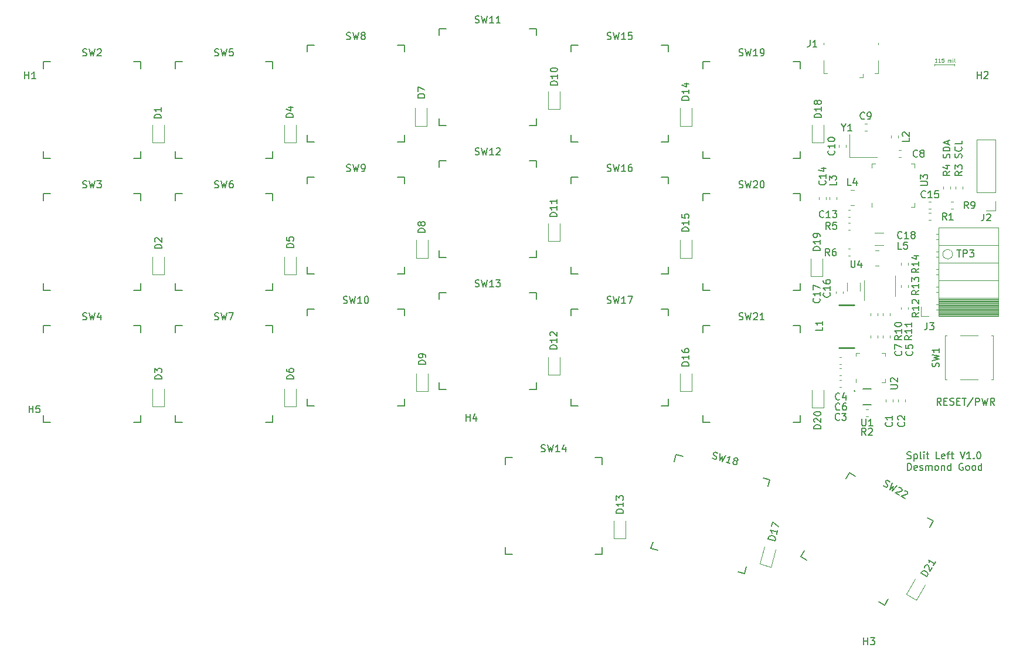
<source format=gbr>
G04 #@! TF.GenerationSoftware,KiCad,Pcbnew,(5.1.5-0-10_14)*
G04 #@! TF.CreationDate,2020-05-04T16:50:39-04:00*
G04 #@! TF.ProjectId,hardware,68617264-7761-4726-952e-6b696361645f,rev?*
G04 #@! TF.SameCoordinates,Original*
G04 #@! TF.FileFunction,Legend,Top*
G04 #@! TF.FilePolarity,Positive*
%FSLAX46Y46*%
G04 Gerber Fmt 4.6, Leading zero omitted, Abs format (unit mm)*
G04 Created by KiCad (PCBNEW (5.1.5-0-10_14)) date 2020-05-04 16:50:39*
%MOMM*%
%LPD*%
G04 APERTURE LIST*
%ADD10C,0.150000*%
%ADD11C,0.076200*%
%ADD12C,0.120000*%
%ADD13C,0.152400*%
%ADD14C,0.240000*%
G04 APERTURE END LIST*
D10*
X174862176Y-88403561D02*
X175005033Y-88451180D01*
X175243128Y-88451180D01*
X175338366Y-88403561D01*
X175385985Y-88355942D01*
X175433604Y-88260704D01*
X175433604Y-88165466D01*
X175385985Y-88070228D01*
X175338366Y-88022609D01*
X175243128Y-87974990D01*
X175052652Y-87927371D01*
X174957414Y-87879752D01*
X174909795Y-87832133D01*
X174862176Y-87736895D01*
X174862176Y-87641657D01*
X174909795Y-87546419D01*
X174957414Y-87498800D01*
X175052652Y-87451180D01*
X175290747Y-87451180D01*
X175433604Y-87498800D01*
X175862176Y-87784514D02*
X175862176Y-88784514D01*
X175862176Y-87832133D02*
X175957414Y-87784514D01*
X176147890Y-87784514D01*
X176243128Y-87832133D01*
X176290747Y-87879752D01*
X176338366Y-87974990D01*
X176338366Y-88260704D01*
X176290747Y-88355942D01*
X176243128Y-88403561D01*
X176147890Y-88451180D01*
X175957414Y-88451180D01*
X175862176Y-88403561D01*
X176909795Y-88451180D02*
X176814557Y-88403561D01*
X176766938Y-88308323D01*
X176766938Y-87451180D01*
X177290747Y-88451180D02*
X177290747Y-87784514D01*
X177290747Y-87451180D02*
X177243128Y-87498800D01*
X177290747Y-87546419D01*
X177338366Y-87498800D01*
X177290747Y-87451180D01*
X177290747Y-87546419D01*
X177624080Y-87784514D02*
X178005033Y-87784514D01*
X177766938Y-87451180D02*
X177766938Y-88308323D01*
X177814557Y-88403561D01*
X177909795Y-88451180D01*
X178005033Y-88451180D01*
X179576461Y-88451180D02*
X179100271Y-88451180D01*
X179100271Y-87451180D01*
X180290747Y-88403561D02*
X180195509Y-88451180D01*
X180005033Y-88451180D01*
X179909795Y-88403561D01*
X179862176Y-88308323D01*
X179862176Y-87927371D01*
X179909795Y-87832133D01*
X180005033Y-87784514D01*
X180195509Y-87784514D01*
X180290747Y-87832133D01*
X180338366Y-87927371D01*
X180338366Y-88022609D01*
X179862176Y-88117847D01*
X180624080Y-87784514D02*
X181005033Y-87784514D01*
X180766938Y-88451180D02*
X180766938Y-87594038D01*
X180814557Y-87498800D01*
X180909795Y-87451180D01*
X181005033Y-87451180D01*
X181195509Y-87784514D02*
X181576461Y-87784514D01*
X181338366Y-87451180D02*
X181338366Y-88308323D01*
X181385985Y-88403561D01*
X181481223Y-88451180D01*
X181576461Y-88451180D01*
X182528842Y-87451180D02*
X182862176Y-88451180D01*
X183195509Y-87451180D01*
X184052652Y-88451180D02*
X183481223Y-88451180D01*
X183766938Y-88451180D02*
X183766938Y-87451180D01*
X183671700Y-87594038D01*
X183576461Y-87689276D01*
X183481223Y-87736895D01*
X184481223Y-88355942D02*
X184528842Y-88403561D01*
X184481223Y-88451180D01*
X184433604Y-88403561D01*
X184481223Y-88355942D01*
X184481223Y-88451180D01*
X185147890Y-87451180D02*
X185243128Y-87451180D01*
X185338366Y-87498800D01*
X185385985Y-87546419D01*
X185433604Y-87641657D01*
X185481223Y-87832133D01*
X185481223Y-88070228D01*
X185433604Y-88260704D01*
X185385985Y-88355942D01*
X185338366Y-88403561D01*
X185243128Y-88451180D01*
X185147890Y-88451180D01*
X185052652Y-88403561D01*
X185005033Y-88355942D01*
X184957414Y-88260704D01*
X184909795Y-88070228D01*
X184909795Y-87832133D01*
X184957414Y-87641657D01*
X185005033Y-87546419D01*
X185052652Y-87498800D01*
X185147890Y-87451180D01*
X174909795Y-90101180D02*
X174909795Y-89101180D01*
X175147890Y-89101180D01*
X175290747Y-89148800D01*
X175385985Y-89244038D01*
X175433604Y-89339276D01*
X175481223Y-89529752D01*
X175481223Y-89672609D01*
X175433604Y-89863085D01*
X175385985Y-89958323D01*
X175290747Y-90053561D01*
X175147890Y-90101180D01*
X174909795Y-90101180D01*
X176290747Y-90053561D02*
X176195509Y-90101180D01*
X176005033Y-90101180D01*
X175909795Y-90053561D01*
X175862176Y-89958323D01*
X175862176Y-89577371D01*
X175909795Y-89482133D01*
X176005033Y-89434514D01*
X176195509Y-89434514D01*
X176290747Y-89482133D01*
X176338366Y-89577371D01*
X176338366Y-89672609D01*
X175862176Y-89767847D01*
X176719319Y-90053561D02*
X176814557Y-90101180D01*
X177005033Y-90101180D01*
X177100271Y-90053561D01*
X177147890Y-89958323D01*
X177147890Y-89910704D01*
X177100271Y-89815466D01*
X177005033Y-89767847D01*
X176862176Y-89767847D01*
X176766938Y-89720228D01*
X176719319Y-89624990D01*
X176719319Y-89577371D01*
X176766938Y-89482133D01*
X176862176Y-89434514D01*
X177005033Y-89434514D01*
X177100271Y-89482133D01*
X177576461Y-90101180D02*
X177576461Y-89434514D01*
X177576461Y-89529752D02*
X177624080Y-89482133D01*
X177719319Y-89434514D01*
X177862176Y-89434514D01*
X177957414Y-89482133D01*
X178005033Y-89577371D01*
X178005033Y-90101180D01*
X178005033Y-89577371D02*
X178052652Y-89482133D01*
X178147890Y-89434514D01*
X178290747Y-89434514D01*
X178385985Y-89482133D01*
X178433604Y-89577371D01*
X178433604Y-90101180D01*
X179052652Y-90101180D02*
X178957414Y-90053561D01*
X178909795Y-90005942D01*
X178862176Y-89910704D01*
X178862176Y-89624990D01*
X178909795Y-89529752D01*
X178957414Y-89482133D01*
X179052652Y-89434514D01*
X179195509Y-89434514D01*
X179290747Y-89482133D01*
X179338366Y-89529752D01*
X179385985Y-89624990D01*
X179385985Y-89910704D01*
X179338366Y-90005942D01*
X179290747Y-90053561D01*
X179195509Y-90101180D01*
X179052652Y-90101180D01*
X179814557Y-89434514D02*
X179814557Y-90101180D01*
X179814557Y-89529752D02*
X179862176Y-89482133D01*
X179957414Y-89434514D01*
X180100271Y-89434514D01*
X180195509Y-89482133D01*
X180243128Y-89577371D01*
X180243128Y-90101180D01*
X181147890Y-90101180D02*
X181147890Y-89101180D01*
X181147890Y-90053561D02*
X181052652Y-90101180D01*
X180862176Y-90101180D01*
X180766938Y-90053561D01*
X180719319Y-90005942D01*
X180671700Y-89910704D01*
X180671700Y-89624990D01*
X180719319Y-89529752D01*
X180766938Y-89482133D01*
X180862176Y-89434514D01*
X181052652Y-89434514D01*
X181147890Y-89482133D01*
X182909795Y-89148800D02*
X182814557Y-89101180D01*
X182671700Y-89101180D01*
X182528842Y-89148800D01*
X182433604Y-89244038D01*
X182385985Y-89339276D01*
X182338366Y-89529752D01*
X182338366Y-89672609D01*
X182385985Y-89863085D01*
X182433604Y-89958323D01*
X182528842Y-90053561D01*
X182671700Y-90101180D01*
X182766938Y-90101180D01*
X182909795Y-90053561D01*
X182957414Y-90005942D01*
X182957414Y-89672609D01*
X182766938Y-89672609D01*
X183528842Y-90101180D02*
X183433604Y-90053561D01*
X183385985Y-90005942D01*
X183338366Y-89910704D01*
X183338366Y-89624990D01*
X183385985Y-89529752D01*
X183433604Y-89482133D01*
X183528842Y-89434514D01*
X183671700Y-89434514D01*
X183766938Y-89482133D01*
X183814557Y-89529752D01*
X183862176Y-89624990D01*
X183862176Y-89910704D01*
X183814557Y-90005942D01*
X183766938Y-90053561D01*
X183671700Y-90101180D01*
X183528842Y-90101180D01*
X184433604Y-90101180D02*
X184338366Y-90053561D01*
X184290747Y-90005942D01*
X184243128Y-89910704D01*
X184243128Y-89624990D01*
X184290747Y-89529752D01*
X184338366Y-89482133D01*
X184433604Y-89434514D01*
X184576461Y-89434514D01*
X184671700Y-89482133D01*
X184719319Y-89529752D01*
X184766938Y-89624990D01*
X184766938Y-89910704D01*
X184719319Y-90005942D01*
X184671700Y-90053561D01*
X184576461Y-90101180D01*
X184433604Y-90101180D01*
X185624080Y-90101180D02*
X185624080Y-89101180D01*
X185624080Y-90053561D02*
X185528842Y-90101180D01*
X185338366Y-90101180D01*
X185243128Y-90053561D01*
X185195509Y-90005942D01*
X185147890Y-89910704D01*
X185147890Y-89624990D01*
X185195509Y-89529752D01*
X185243128Y-89482133D01*
X185338366Y-89434514D01*
X185528842Y-89434514D01*
X185624080Y-89482133D01*
X179764180Y-80690980D02*
X179430847Y-80214790D01*
X179192752Y-80690980D02*
X179192752Y-79690980D01*
X179573704Y-79690980D01*
X179668942Y-79738600D01*
X179716561Y-79786219D01*
X179764180Y-79881457D01*
X179764180Y-80024314D01*
X179716561Y-80119552D01*
X179668942Y-80167171D01*
X179573704Y-80214790D01*
X179192752Y-80214790D01*
X180192752Y-80167171D02*
X180526085Y-80167171D01*
X180668942Y-80690980D02*
X180192752Y-80690980D01*
X180192752Y-79690980D01*
X180668942Y-79690980D01*
X181049895Y-80643361D02*
X181192752Y-80690980D01*
X181430847Y-80690980D01*
X181526085Y-80643361D01*
X181573704Y-80595742D01*
X181621323Y-80500504D01*
X181621323Y-80405266D01*
X181573704Y-80310028D01*
X181526085Y-80262409D01*
X181430847Y-80214790D01*
X181240371Y-80167171D01*
X181145133Y-80119552D01*
X181097514Y-80071933D01*
X181049895Y-79976695D01*
X181049895Y-79881457D01*
X181097514Y-79786219D01*
X181145133Y-79738600D01*
X181240371Y-79690980D01*
X181478466Y-79690980D01*
X181621323Y-79738600D01*
X182049895Y-80167171D02*
X182383228Y-80167171D01*
X182526085Y-80690980D02*
X182049895Y-80690980D01*
X182049895Y-79690980D01*
X182526085Y-79690980D01*
X182811800Y-79690980D02*
X183383228Y-79690980D01*
X183097514Y-80690980D02*
X183097514Y-79690980D01*
X184430847Y-79643361D02*
X183573704Y-80929076D01*
X184764180Y-80690980D02*
X184764180Y-79690980D01*
X185145133Y-79690980D01*
X185240371Y-79738600D01*
X185287990Y-79786219D01*
X185335609Y-79881457D01*
X185335609Y-80024314D01*
X185287990Y-80119552D01*
X185240371Y-80167171D01*
X185145133Y-80214790D01*
X184764180Y-80214790D01*
X185668942Y-79690980D02*
X185907038Y-80690980D01*
X186097514Y-79976695D01*
X186287990Y-80690980D01*
X186526085Y-79690980D01*
X187478466Y-80690980D02*
X187145133Y-80214790D01*
X186907038Y-80690980D02*
X186907038Y-79690980D01*
X187287990Y-79690980D01*
X187383228Y-79738600D01*
X187430847Y-79786219D01*
X187478466Y-79881457D01*
X187478466Y-80024314D01*
X187430847Y-80119552D01*
X187383228Y-80167171D01*
X187287990Y-80214790D01*
X186907038Y-80214790D01*
X182713261Y-45005476D02*
X182760880Y-44862619D01*
X182760880Y-44624523D01*
X182713261Y-44529285D01*
X182665642Y-44481666D01*
X182570404Y-44434047D01*
X182475166Y-44434047D01*
X182379928Y-44481666D01*
X182332309Y-44529285D01*
X182284690Y-44624523D01*
X182237071Y-44815000D01*
X182189452Y-44910238D01*
X182141833Y-44957857D01*
X182046595Y-45005476D01*
X181951357Y-45005476D01*
X181856119Y-44957857D01*
X181808500Y-44910238D01*
X181760880Y-44815000D01*
X181760880Y-44576904D01*
X181808500Y-44434047D01*
X182665642Y-43434047D02*
X182713261Y-43481666D01*
X182760880Y-43624523D01*
X182760880Y-43719761D01*
X182713261Y-43862619D01*
X182618023Y-43957857D01*
X182522785Y-44005476D01*
X182332309Y-44053095D01*
X182189452Y-44053095D01*
X181998976Y-44005476D01*
X181903738Y-43957857D01*
X181808500Y-43862619D01*
X181760880Y-43719761D01*
X181760880Y-43624523D01*
X181808500Y-43481666D01*
X181856119Y-43434047D01*
X182760880Y-42529285D02*
X182760880Y-43005476D01*
X181760880Y-43005476D01*
X180998761Y-45029285D02*
X181046380Y-44886428D01*
X181046380Y-44648333D01*
X180998761Y-44553095D01*
X180951142Y-44505476D01*
X180855904Y-44457857D01*
X180760666Y-44457857D01*
X180665428Y-44505476D01*
X180617809Y-44553095D01*
X180570190Y-44648333D01*
X180522571Y-44838809D01*
X180474952Y-44934047D01*
X180427333Y-44981666D01*
X180332095Y-45029285D01*
X180236857Y-45029285D01*
X180141619Y-44981666D01*
X180094000Y-44934047D01*
X180046380Y-44838809D01*
X180046380Y-44600714D01*
X180094000Y-44457857D01*
X181046380Y-44029285D02*
X180046380Y-44029285D01*
X180046380Y-43791190D01*
X180094000Y-43648333D01*
X180189238Y-43553095D01*
X180284476Y-43505476D01*
X180474952Y-43457857D01*
X180617809Y-43457857D01*
X180808285Y-43505476D01*
X180903523Y-43553095D01*
X180998761Y-43648333D01*
X181046380Y-43791190D01*
X181046380Y-44029285D01*
X180760666Y-43076904D02*
X180760666Y-42600714D01*
X181046380Y-43172142D02*
X180046380Y-42838809D01*
X181046380Y-42505476D01*
D11*
X179189742Y-31167009D02*
X178899457Y-31167009D01*
X179044600Y-31167009D02*
X179044600Y-30659009D01*
X178996219Y-30731580D01*
X178947838Y-30779961D01*
X178899457Y-30804152D01*
X179673552Y-31167009D02*
X179383266Y-31167009D01*
X179528409Y-31167009D02*
X179528409Y-30659009D01*
X179480028Y-30731580D01*
X179431647Y-30779961D01*
X179383266Y-30804152D01*
X180133171Y-30659009D02*
X179891266Y-30659009D01*
X179867076Y-30900914D01*
X179891266Y-30876723D01*
X179939647Y-30852533D01*
X180060600Y-30852533D01*
X180108980Y-30876723D01*
X180133171Y-30900914D01*
X180157361Y-30949295D01*
X180157361Y-31070247D01*
X180133171Y-31118628D01*
X180108980Y-31142819D01*
X180060600Y-31167009D01*
X179939647Y-31167009D01*
X179891266Y-31142819D01*
X179867076Y-31118628D01*
X180762123Y-31167009D02*
X180762123Y-30828342D01*
X180762123Y-30876723D02*
X180786314Y-30852533D01*
X180834695Y-30828342D01*
X180907266Y-30828342D01*
X180955647Y-30852533D01*
X180979838Y-30900914D01*
X180979838Y-31167009D01*
X180979838Y-30900914D02*
X181004028Y-30852533D01*
X181052409Y-30828342D01*
X181124980Y-30828342D01*
X181173361Y-30852533D01*
X181197552Y-30900914D01*
X181197552Y-31167009D01*
X181439457Y-31167009D02*
X181439457Y-30828342D01*
X181439457Y-30659009D02*
X181415266Y-30683200D01*
X181439457Y-30707390D01*
X181463647Y-30683200D01*
X181439457Y-30659009D01*
X181439457Y-30707390D01*
X181753933Y-31167009D02*
X181705552Y-31142819D01*
X181681361Y-31094438D01*
X181681361Y-30659009D01*
X181711600Y-31699200D02*
X181711600Y-31445200D01*
X178790600Y-31699200D02*
X178790600Y-31445200D01*
X178790600Y-31572200D02*
X181711600Y-31572200D01*
D12*
X167476501Y-76923924D02*
X167476501Y-77398924D01*
X171696501Y-73178924D02*
X171221501Y-73178924D01*
X171696501Y-73653924D02*
X171696501Y-73178924D01*
X171696501Y-77398924D02*
X171221501Y-77398924D01*
X171696501Y-76923924D02*
X171696501Y-77398924D01*
X167476501Y-73178924D02*
X167951501Y-73178924D01*
X167476501Y-73653924D02*
X167476501Y-73178924D01*
D10*
X64150000Y-31100000D02*
X64150000Y-32100000D01*
X63150000Y-45100000D02*
X64150000Y-45100000D01*
X64150000Y-31100000D02*
X63150000Y-31100000D01*
X64150000Y-44100000D02*
X64150000Y-45100000D01*
X50150000Y-45100000D02*
X50150000Y-44100000D01*
X51150000Y-31100000D02*
X50150000Y-31100000D01*
X50150000Y-45100000D02*
X51150000Y-45100000D01*
X50150000Y-32100000D02*
X50150000Y-31100000D01*
X64150000Y-50150000D02*
X64150000Y-51150000D01*
X63150000Y-64150000D02*
X64150000Y-64150000D01*
X64150000Y-50150000D02*
X63150000Y-50150000D01*
X64150000Y-63150000D02*
X64150000Y-64150000D01*
X50150000Y-64150000D02*
X50150000Y-63150000D01*
X51150000Y-50150000D02*
X50150000Y-50150000D01*
X50150000Y-64150000D02*
X51150000Y-64150000D01*
X50150000Y-51150000D02*
X50150000Y-50150000D01*
X64150000Y-69200000D02*
X64150000Y-70200000D01*
X63150000Y-83200000D02*
X64150000Y-83200000D01*
X64150000Y-69200000D02*
X63150000Y-69200000D01*
X64150000Y-82200000D02*
X64150000Y-83200000D01*
X50150000Y-83200000D02*
X50150000Y-82200000D01*
X51150000Y-69200000D02*
X50150000Y-69200000D01*
X50150000Y-83200000D02*
X51150000Y-83200000D01*
X50150000Y-70200000D02*
X50150000Y-69200000D01*
X83200000Y-31100000D02*
X83200000Y-32100000D01*
X82200000Y-45100000D02*
X83200000Y-45100000D01*
X83200000Y-31100000D02*
X82200000Y-31100000D01*
X83200000Y-44100000D02*
X83200000Y-45100000D01*
X69200000Y-45100000D02*
X69200000Y-44100000D01*
X70200000Y-31100000D02*
X69200000Y-31100000D01*
X69200000Y-45100000D02*
X70200000Y-45100000D01*
X69200000Y-32100000D02*
X69200000Y-31100000D01*
X83200000Y-50150000D02*
X83200000Y-51150000D01*
X82200000Y-64150000D02*
X83200000Y-64150000D01*
X83200000Y-50150000D02*
X82200000Y-50150000D01*
X83200000Y-63150000D02*
X83200000Y-64150000D01*
X69200000Y-64150000D02*
X69200000Y-63150000D01*
X70200000Y-50150000D02*
X69200000Y-50150000D01*
X69200000Y-64150000D02*
X70200000Y-64150000D01*
X69200000Y-51150000D02*
X69200000Y-50150000D01*
X83200000Y-69200000D02*
X83200000Y-70200000D01*
X82200000Y-83200000D02*
X83200000Y-83200000D01*
X83200000Y-69200000D02*
X82200000Y-69200000D01*
X83200000Y-82200000D02*
X83200000Y-83200000D01*
X69200000Y-83200000D02*
X69200000Y-82200000D01*
X70200000Y-69200000D02*
X69200000Y-69200000D01*
X69200000Y-83200000D02*
X70200000Y-83200000D01*
X69200000Y-70200000D02*
X69200000Y-69200000D01*
X102250000Y-28718750D02*
X102250000Y-29718750D01*
X101250000Y-42718750D02*
X102250000Y-42718750D01*
X102250000Y-28718750D02*
X101250000Y-28718750D01*
X102250000Y-41718750D02*
X102250000Y-42718750D01*
X88250000Y-42718750D02*
X88250000Y-41718750D01*
X89250000Y-28718750D02*
X88250000Y-28718750D01*
X88250000Y-42718750D02*
X89250000Y-42718750D01*
X88250000Y-29718750D02*
X88250000Y-28718750D01*
X102250000Y-47768750D02*
X102250000Y-48768750D01*
X101250000Y-61768750D02*
X102250000Y-61768750D01*
X102250000Y-47768750D02*
X101250000Y-47768750D01*
X102250000Y-60768750D02*
X102250000Y-61768750D01*
X88250000Y-61768750D02*
X88250000Y-60768750D01*
X89250000Y-47768750D02*
X88250000Y-47768750D01*
X88250000Y-61768750D02*
X89250000Y-61768750D01*
X88250000Y-48768750D02*
X88250000Y-47768750D01*
X102250000Y-66818750D02*
X102250000Y-67818750D01*
X101250000Y-80818750D02*
X102250000Y-80818750D01*
X102250000Y-66818750D02*
X101250000Y-66818750D01*
X102250000Y-79818750D02*
X102250000Y-80818750D01*
X88250000Y-80818750D02*
X88250000Y-79818750D01*
X89250000Y-66818750D02*
X88250000Y-66818750D01*
X88250000Y-80818750D02*
X89250000Y-80818750D01*
X88250000Y-67818750D02*
X88250000Y-66818750D01*
X121300000Y-26337500D02*
X121300000Y-27337500D01*
X120300000Y-40337500D02*
X121300000Y-40337500D01*
X121300000Y-26337500D02*
X120300000Y-26337500D01*
X121300000Y-39337500D02*
X121300000Y-40337500D01*
X107300000Y-40337500D02*
X107300000Y-39337500D01*
X108300000Y-26337500D02*
X107300000Y-26337500D01*
X107300000Y-40337500D02*
X108300000Y-40337500D01*
X107300000Y-27337500D02*
X107300000Y-26337500D01*
X121300000Y-45387500D02*
X121300000Y-46387500D01*
X120300000Y-59387500D02*
X121300000Y-59387500D01*
X121300000Y-45387500D02*
X120300000Y-45387500D01*
X121300000Y-58387500D02*
X121300000Y-59387500D01*
X107300000Y-59387500D02*
X107300000Y-58387500D01*
X108300000Y-45387500D02*
X107300000Y-45387500D01*
X107300000Y-59387500D02*
X108300000Y-59387500D01*
X107300000Y-46387500D02*
X107300000Y-45387500D01*
X121300000Y-64437500D02*
X121300000Y-65437500D01*
X120300000Y-78437500D02*
X121300000Y-78437500D01*
X121300000Y-64437500D02*
X120300000Y-64437500D01*
X121300000Y-77437500D02*
X121300000Y-78437500D01*
X107300000Y-78437500D02*
X107300000Y-77437500D01*
X108300000Y-64437500D02*
X107300000Y-64437500D01*
X107300000Y-78437500D02*
X108300000Y-78437500D01*
X107300000Y-65437500D02*
X107300000Y-64437500D01*
X130825000Y-88250000D02*
X130825000Y-89250000D01*
X129825000Y-102250000D02*
X130825000Y-102250000D01*
X130825000Y-88250000D02*
X129825000Y-88250000D01*
X130825000Y-101250000D02*
X130825000Y-102250000D01*
X116825000Y-102250000D02*
X116825000Y-101250000D01*
X117825000Y-88250000D02*
X116825000Y-88250000D01*
X116825000Y-102250000D02*
X117825000Y-102250000D01*
X116825000Y-89250000D02*
X116825000Y-88250000D01*
X140350000Y-28718750D02*
X140350000Y-29718750D01*
X139350000Y-42718750D02*
X140350000Y-42718750D01*
X140350000Y-28718750D02*
X139350000Y-28718750D01*
X140350000Y-41718750D02*
X140350000Y-42718750D01*
X126350000Y-42718750D02*
X126350000Y-41718750D01*
X127350000Y-28718750D02*
X126350000Y-28718750D01*
X126350000Y-42718750D02*
X127350000Y-42718750D01*
X126350000Y-29718750D02*
X126350000Y-28718750D01*
X140350000Y-47768750D02*
X140350000Y-48768750D01*
X139350000Y-61768750D02*
X140350000Y-61768750D01*
X140350000Y-47768750D02*
X139350000Y-47768750D01*
X140350000Y-60768750D02*
X140350000Y-61768750D01*
X126350000Y-61768750D02*
X126350000Y-60768750D01*
X127350000Y-47768750D02*
X126350000Y-47768750D01*
X126350000Y-61768750D02*
X127350000Y-61768750D01*
X126350000Y-48768750D02*
X126350000Y-47768750D01*
X140350000Y-66818750D02*
X140350000Y-67818750D01*
X139350000Y-80818750D02*
X140350000Y-80818750D01*
X140350000Y-66818750D02*
X139350000Y-66818750D01*
X140350000Y-79818750D02*
X140350000Y-80818750D01*
X126350000Y-80818750D02*
X126350000Y-79818750D01*
X127350000Y-66818750D02*
X126350000Y-66818750D01*
X126350000Y-80818750D02*
X127350000Y-80818750D01*
X126350000Y-67818750D02*
X126350000Y-66818750D01*
X155020089Y-91490878D02*
X154761270Y-92456803D01*
X150430697Y-104755020D02*
X151396622Y-105013839D01*
X155020089Y-91490878D02*
X154054163Y-91232058D01*
X151655442Y-104047913D02*
X151396622Y-105013839D01*
X137873661Y-101390372D02*
X138132480Y-100424447D01*
X142463053Y-88126230D02*
X141497128Y-87867411D01*
X137873661Y-101390372D02*
X138839587Y-101649192D01*
X141238308Y-88833337D02*
X141497128Y-87867411D01*
X159400000Y-31100000D02*
X159400000Y-32100000D01*
X158400000Y-45100000D02*
X159400000Y-45100000D01*
X159400000Y-31100000D02*
X158400000Y-31100000D01*
X159400000Y-44100000D02*
X159400000Y-45100000D01*
X145400000Y-45100000D02*
X145400000Y-44100000D01*
X146400000Y-31100000D02*
X145400000Y-31100000D01*
X145400000Y-45100000D02*
X146400000Y-45100000D01*
X145400000Y-32100000D02*
X145400000Y-31100000D01*
X159400000Y-50150000D02*
X159400000Y-51150000D01*
X158400000Y-64150000D02*
X159400000Y-64150000D01*
X159400000Y-50150000D02*
X158400000Y-50150000D01*
X159400000Y-63150000D02*
X159400000Y-64150000D01*
X145400000Y-64150000D02*
X145400000Y-63150000D01*
X146400000Y-50150000D02*
X145400000Y-50150000D01*
X145400000Y-64150000D02*
X146400000Y-64150000D01*
X145400000Y-51150000D02*
X145400000Y-50150000D01*
X159400000Y-69200000D02*
X159400000Y-70200000D01*
X158400000Y-83200000D02*
X159400000Y-83200000D01*
X159400000Y-69200000D02*
X158400000Y-69200000D01*
X159400000Y-82200000D02*
X159400000Y-83200000D01*
X145400000Y-83200000D02*
X145400000Y-82200000D01*
X146400000Y-69200000D02*
X145400000Y-69200000D01*
X145400000Y-83200000D02*
X146400000Y-83200000D01*
X145400000Y-70200000D02*
X145400000Y-69200000D01*
X178630928Y-97450322D02*
X178130928Y-98316348D01*
X170764902Y-109074678D02*
X171630928Y-109574678D01*
X178630928Y-97450322D02*
X177764902Y-96950322D01*
X172130928Y-108708652D02*
X171630928Y-109574678D01*
X159506572Y-102574678D02*
X160006572Y-101708652D01*
X167372598Y-90950322D02*
X166506572Y-90450322D01*
X159506572Y-102574678D02*
X160372598Y-103074678D01*
X166006572Y-91316348D02*
X166506572Y-90450322D01*
X167336286Y-78676600D02*
G75*
G03X167336286Y-78676600I-70711J0D01*
G01*
D13*
X169640364Y-78346300D02*
X168490786Y-78346300D01*
X168490786Y-80606900D02*
X169640364Y-80606900D01*
D12*
X171803600Y-79872621D02*
X171803600Y-80198179D01*
X172823600Y-79872621D02*
X172823600Y-80198179D01*
X174576200Y-79898021D02*
X174576200Y-80223579D01*
X173556200Y-79898021D02*
X173556200Y-80223579D01*
X165064221Y-77061600D02*
X165389779Y-77061600D01*
X165064221Y-78081600D02*
X165389779Y-78081600D01*
X165389779Y-74805000D02*
X165064221Y-74805000D01*
X165389779Y-73785000D02*
X165064221Y-73785000D01*
X171321000Y-70652421D02*
X171321000Y-70977979D01*
X172341000Y-70652421D02*
X172341000Y-70977979D01*
X165389779Y-75420125D02*
X165064221Y-75420125D01*
X165389779Y-76440125D02*
X165064221Y-76440125D01*
X169619200Y-70652421D02*
X169619200Y-70977979D01*
X170639200Y-70652421D02*
X170639200Y-70977979D01*
X173662121Y-43889200D02*
X173987679Y-43889200D01*
X173662121Y-44909200D02*
X173987679Y-44909200D01*
X169047379Y-41111900D02*
X168721821Y-41111900D01*
X169047379Y-40091900D02*
X168721821Y-40091900D01*
X166041800Y-43507879D02*
X166041800Y-43182321D01*
X165021800Y-43507879D02*
X165021800Y-43182321D01*
X166334221Y-53570600D02*
X166659779Y-53570600D01*
X166334221Y-52550600D02*
X166659779Y-52550600D01*
X163146200Y-50713421D02*
X163146200Y-51038979D01*
X162126200Y-50713421D02*
X162126200Y-51038979D01*
X177992821Y-51331400D02*
X178318379Y-51331400D01*
X177992821Y-52351400D02*
X178318379Y-52351400D01*
X168042000Y-64229064D02*
X168042000Y-63024936D01*
X166222000Y-64229064D02*
X166222000Y-63024936D01*
X165584600Y-64602579D02*
X165584600Y-64277021D01*
X164564600Y-64602579D02*
X164564600Y-64277021D01*
X171417064Y-57628200D02*
X170212936Y-57628200D01*
X171417064Y-55808200D02*
X170212936Y-55808200D01*
X65825000Y-42775000D02*
X65825000Y-40225000D01*
X67525000Y-42775000D02*
X67525000Y-40225000D01*
X65825000Y-42775000D02*
X67525000Y-42775000D01*
X65825000Y-61825000D02*
X65825000Y-59275000D01*
X67525000Y-61825000D02*
X67525000Y-59275000D01*
X65825000Y-61825000D02*
X67525000Y-61825000D01*
X65825000Y-80875000D02*
X67525000Y-80875000D01*
X67525000Y-80875000D02*
X67525000Y-78325000D01*
X65825000Y-80875000D02*
X65825000Y-78325000D01*
X84875000Y-42775000D02*
X84875000Y-40225000D01*
X86575000Y-42775000D02*
X86575000Y-40225000D01*
X84875000Y-42775000D02*
X86575000Y-42775000D01*
X84875000Y-61825000D02*
X86575000Y-61825000D01*
X86575000Y-61825000D02*
X86575000Y-59275000D01*
X84875000Y-61825000D02*
X84875000Y-59275000D01*
X84875000Y-80875000D02*
X86575000Y-80875000D01*
X86575000Y-80875000D02*
X86575000Y-78325000D01*
X84875000Y-80875000D02*
X84875000Y-78325000D01*
X103823400Y-40393750D02*
X103823400Y-37843750D01*
X105523400Y-40393750D02*
X105523400Y-37843750D01*
X103823400Y-40393750D02*
X105523400Y-40393750D01*
X103925000Y-59443750D02*
X103925000Y-56893750D01*
X105625000Y-59443750D02*
X105625000Y-56893750D01*
X103925000Y-59443750D02*
X105625000Y-59443750D01*
X103925000Y-78684250D02*
X105625000Y-78684250D01*
X105625000Y-78684250D02*
X105625000Y-76134250D01*
X103925000Y-78684250D02*
X103925000Y-76134250D01*
X122975000Y-38012500D02*
X122975000Y-35462500D01*
X124675000Y-38012500D02*
X124675000Y-35462500D01*
X122975000Y-38012500D02*
X124675000Y-38012500D01*
X122975000Y-57062500D02*
X124675000Y-57062500D01*
X124675000Y-57062500D02*
X124675000Y-54512500D01*
X122975000Y-57062500D02*
X122975000Y-54512500D01*
X122975000Y-76303000D02*
X124675000Y-76303000D01*
X124675000Y-76303000D02*
X124675000Y-73753000D01*
X122975000Y-76303000D02*
X122975000Y-73753000D01*
X132500000Y-99925000D02*
X134200000Y-99925000D01*
X134200000Y-99925000D02*
X134200000Y-97375000D01*
X132500000Y-99925000D02*
X132500000Y-97375000D01*
X142025000Y-40393750D02*
X142025000Y-37843750D01*
X143725000Y-40393750D02*
X143725000Y-37843750D01*
X142025000Y-40393750D02*
X143725000Y-40393750D01*
X142025000Y-59443750D02*
X143725000Y-59443750D01*
X143725000Y-59443750D02*
X143725000Y-56893750D01*
X142025000Y-59443750D02*
X142025000Y-56893750D01*
X142025000Y-78684250D02*
X143725000Y-78684250D01*
X143725000Y-78684250D02*
X143725000Y-76134250D01*
X142025000Y-78684250D02*
X142025000Y-76134250D01*
X153571984Y-103622643D02*
X154231973Y-101159532D01*
X155214058Y-104062635D02*
X155874047Y-101599524D01*
X153571984Y-103622643D02*
X155214058Y-104062635D01*
X161075000Y-42775000D02*
X161075000Y-40225000D01*
X162775000Y-42775000D02*
X162775000Y-40225000D01*
X161075000Y-42775000D02*
X162775000Y-42775000D01*
X160973400Y-62079000D02*
X162673400Y-62079000D01*
X162673400Y-62079000D02*
X162673400Y-59529000D01*
X160973400Y-62079000D02*
X160973400Y-59529000D01*
X161075000Y-81065500D02*
X162775000Y-81065500D01*
X162775000Y-81065500D02*
X162775000Y-78515500D01*
X161075000Y-81065500D02*
X161075000Y-78515500D01*
X174726378Y-108030288D02*
X176001378Y-105821923D01*
X176198622Y-108880288D02*
X177473622Y-106671923D01*
X174726378Y-108030288D02*
X176198622Y-108880288D01*
X170651000Y-32819600D02*
X170201000Y-32819600D01*
X170651000Y-30969600D02*
X170651000Y-32819600D01*
X162851000Y-28419600D02*
X162851000Y-28669600D01*
X170651000Y-28419600D02*
X170651000Y-28669600D01*
X162851000Y-30969600D02*
X162851000Y-32819600D01*
X162851000Y-32819600D02*
X163301000Y-32819600D01*
X168451000Y-33369600D02*
X168001000Y-33369600D01*
X168451000Y-33369600D02*
X168451000Y-32919600D01*
X187588200Y-42358000D02*
X184928200Y-42358000D01*
X187588200Y-50038000D02*
X187588200Y-42358000D01*
X184928200Y-50038000D02*
X184928200Y-42358000D01*
X187588200Y-50038000D02*
X184928200Y-50038000D01*
X187588200Y-51308000D02*
X187588200Y-52638000D01*
X187588200Y-52638000D02*
X186258200Y-52638000D01*
D14*
X167182400Y-72416600D02*
X164982400Y-72416600D01*
X164982400Y-66216600D02*
X167182400Y-66216600D01*
D12*
X173547500Y-41823421D02*
X173547500Y-42148979D01*
X172527500Y-41823421D02*
X172527500Y-42148979D01*
X164695600Y-50713421D02*
X164695600Y-51038979D01*
X163675600Y-50713421D02*
X163675600Y-51038979D01*
X166703448Y-49651900D02*
X167225952Y-49651900D01*
X166703448Y-51871900D02*
X167225952Y-51871900D01*
X170223548Y-60571400D02*
X170746052Y-60571400D01*
X170223548Y-58351400D02*
X170746052Y-58351400D01*
X177992821Y-52982400D02*
X178318379Y-52982400D01*
X177992821Y-54002400D02*
X178318379Y-54002400D01*
X169215654Y-81300225D02*
X168890096Y-81300225D01*
X169215654Y-82320225D02*
X168890096Y-82320225D01*
X182856600Y-49464179D02*
X182856600Y-49138621D01*
X181836600Y-49464179D02*
X181836600Y-49138621D01*
X180058600Y-49464179D02*
X180058600Y-49138621D01*
X181078600Y-49464179D02*
X181078600Y-49138621D01*
X166334221Y-54379400D02*
X166659779Y-54379400D01*
X166334221Y-55399400D02*
X166659779Y-55399400D01*
X166659779Y-59133200D02*
X166334221Y-59133200D01*
X166659779Y-58113200D02*
X166334221Y-58113200D01*
X181193221Y-51331400D02*
X181518779Y-51331400D01*
X181193221Y-52351400D02*
X181518779Y-52351400D01*
X170639200Y-67777579D02*
X170639200Y-67452021D01*
X169619200Y-67777579D02*
X169619200Y-67452021D01*
X172341000Y-67452021D02*
X172341000Y-67777579D01*
X171321000Y-67452021D02*
X171321000Y-67777579D01*
X173959425Y-66882229D02*
X173959425Y-66556671D01*
X174979425Y-66882229D02*
X174979425Y-66556671D01*
X173959425Y-63681829D02*
X173959425Y-63356271D01*
X174979425Y-63681829D02*
X174979425Y-63356271D01*
X174992125Y-60481429D02*
X174992125Y-60155871D01*
X173972125Y-60481429D02*
X173972125Y-60155871D01*
X187014000Y-70699000D02*
X187264000Y-70699000D01*
X187264000Y-70699000D02*
X187264000Y-76999000D01*
X187264000Y-76999000D02*
X187014000Y-76999000D01*
X182514000Y-70699000D02*
X185114000Y-70699000D01*
X180614000Y-76999000D02*
X180364000Y-76999000D01*
X180364000Y-76999000D02*
X180364000Y-70699000D01*
X180364000Y-70699000D02*
X180614000Y-70699000D01*
X185114000Y-76999000D02*
X182514000Y-76999000D01*
X169733825Y-46411200D02*
X169733825Y-45861200D01*
X169733825Y-45861200D02*
X170283825Y-45861200D01*
X175953825Y-51531200D02*
X175953825Y-52081200D01*
X175953825Y-52081200D02*
X175403825Y-52081200D01*
X175953825Y-46411200D02*
X175953825Y-45861200D01*
X175953825Y-45861200D02*
X175403825Y-45861200D01*
X169733825Y-51531200D02*
X169733825Y-52081200D01*
X173169126Y-64993649D02*
X173169126Y-61993649D01*
X168669126Y-62693649D02*
X168669126Y-65593649D01*
X166554400Y-41618900D02*
X166554400Y-44918900D01*
X166554400Y-44918900D02*
X170554400Y-44918900D01*
X188067800Y-67758000D02*
X179437800Y-67758000D01*
X188067800Y-67639905D02*
X179437800Y-67639905D01*
X188067800Y-67521810D02*
X179437800Y-67521810D01*
X188067800Y-67403715D02*
X179437800Y-67403715D01*
X188067800Y-67285620D02*
X179437800Y-67285620D01*
X188067800Y-67167525D02*
X179437800Y-67167525D01*
X188067800Y-67049430D02*
X179437800Y-67049430D01*
X188067800Y-66931335D02*
X179437800Y-66931335D01*
X188067800Y-66813240D02*
X179437800Y-66813240D01*
X188067800Y-66695145D02*
X179437800Y-66695145D01*
X188067800Y-66577050D02*
X179437800Y-66577050D01*
X188067800Y-66458955D02*
X179437800Y-66458955D01*
X188067800Y-66340860D02*
X179437800Y-66340860D01*
X188067800Y-66222765D02*
X179437800Y-66222765D01*
X188067800Y-66104670D02*
X179437800Y-66104670D01*
X188067800Y-65986575D02*
X179437800Y-65986575D01*
X188067800Y-65868480D02*
X179437800Y-65868480D01*
X188067800Y-65750385D02*
X179437800Y-65750385D01*
X188067800Y-65632290D02*
X179437800Y-65632290D01*
X188067800Y-65514195D02*
X179437800Y-65514195D01*
X188067800Y-65396100D02*
X179437800Y-65396100D01*
X179437800Y-66908000D02*
X179087800Y-66908000D01*
X179437800Y-66188000D02*
X179087800Y-66188000D01*
X179437800Y-64368000D02*
X179027800Y-64368000D01*
X179437800Y-63648000D02*
X179027800Y-63648000D01*
X179437800Y-61828000D02*
X179027800Y-61828000D01*
X179437800Y-61108000D02*
X179027800Y-61108000D01*
X179437800Y-59288000D02*
X179027800Y-59288000D01*
X179437800Y-58568000D02*
X179027800Y-58568000D01*
X179437800Y-56748000D02*
X179027800Y-56748000D01*
X179437800Y-56028000D02*
X179027800Y-56028000D01*
X188067800Y-65278000D02*
X179437800Y-65278000D01*
X188067800Y-62738000D02*
X179437800Y-62738000D01*
X188067800Y-60198000D02*
X179437800Y-60198000D01*
X188067800Y-57658000D02*
X179437800Y-57658000D01*
X188067800Y-67878000D02*
X179437800Y-67878000D01*
X179437800Y-67878000D02*
X179437800Y-55058000D01*
X188067800Y-55058000D02*
X179437800Y-55058000D01*
X188067800Y-67878000D02*
X188067800Y-55058000D01*
X176867800Y-67878000D02*
X176867800Y-66548000D01*
X177977800Y-67878000D02*
X176867800Y-67878000D01*
X181421000Y-58928000D02*
G75*
G03X181421000Y-58928000I-700000J0D01*
G01*
D10*
X172451780Y-78333504D02*
X173261304Y-78333504D01*
X173356542Y-78285885D01*
X173404161Y-78238266D01*
X173451780Y-78143028D01*
X173451780Y-77952552D01*
X173404161Y-77857314D01*
X173356542Y-77809695D01*
X173261304Y-77762076D01*
X172451780Y-77762076D01*
X172547019Y-77333504D02*
X172499400Y-77285885D01*
X172451780Y-77190647D01*
X172451780Y-76952552D01*
X172499400Y-76857314D01*
X172547019Y-76809695D01*
X172642257Y-76762076D01*
X172737495Y-76762076D01*
X172880352Y-76809695D01*
X173451780Y-77381123D01*
X173451780Y-76762076D01*
X55816666Y-30249761D02*
X55959523Y-30297380D01*
X56197619Y-30297380D01*
X56292857Y-30249761D01*
X56340476Y-30202142D01*
X56388095Y-30106904D01*
X56388095Y-30011666D01*
X56340476Y-29916428D01*
X56292857Y-29868809D01*
X56197619Y-29821190D01*
X56007142Y-29773571D01*
X55911904Y-29725952D01*
X55864285Y-29678333D01*
X55816666Y-29583095D01*
X55816666Y-29487857D01*
X55864285Y-29392619D01*
X55911904Y-29345000D01*
X56007142Y-29297380D01*
X56245238Y-29297380D01*
X56388095Y-29345000D01*
X56721428Y-29297380D02*
X56959523Y-30297380D01*
X57150000Y-29583095D01*
X57340476Y-30297380D01*
X57578571Y-29297380D01*
X57911904Y-29392619D02*
X57959523Y-29345000D01*
X58054761Y-29297380D01*
X58292857Y-29297380D01*
X58388095Y-29345000D01*
X58435714Y-29392619D01*
X58483333Y-29487857D01*
X58483333Y-29583095D01*
X58435714Y-29725952D01*
X57864285Y-30297380D01*
X58483333Y-30297380D01*
X55816666Y-49299761D02*
X55959523Y-49347380D01*
X56197619Y-49347380D01*
X56292857Y-49299761D01*
X56340476Y-49252142D01*
X56388095Y-49156904D01*
X56388095Y-49061666D01*
X56340476Y-48966428D01*
X56292857Y-48918809D01*
X56197619Y-48871190D01*
X56007142Y-48823571D01*
X55911904Y-48775952D01*
X55864285Y-48728333D01*
X55816666Y-48633095D01*
X55816666Y-48537857D01*
X55864285Y-48442619D01*
X55911904Y-48395000D01*
X56007142Y-48347380D01*
X56245238Y-48347380D01*
X56388095Y-48395000D01*
X56721428Y-48347380D02*
X56959523Y-49347380D01*
X57150000Y-48633095D01*
X57340476Y-49347380D01*
X57578571Y-48347380D01*
X57864285Y-48347380D02*
X58483333Y-48347380D01*
X58150000Y-48728333D01*
X58292857Y-48728333D01*
X58388095Y-48775952D01*
X58435714Y-48823571D01*
X58483333Y-48918809D01*
X58483333Y-49156904D01*
X58435714Y-49252142D01*
X58388095Y-49299761D01*
X58292857Y-49347380D01*
X58007142Y-49347380D01*
X57911904Y-49299761D01*
X57864285Y-49252142D01*
X55816666Y-68349761D02*
X55959523Y-68397380D01*
X56197619Y-68397380D01*
X56292857Y-68349761D01*
X56340476Y-68302142D01*
X56388095Y-68206904D01*
X56388095Y-68111666D01*
X56340476Y-68016428D01*
X56292857Y-67968809D01*
X56197619Y-67921190D01*
X56007142Y-67873571D01*
X55911904Y-67825952D01*
X55864285Y-67778333D01*
X55816666Y-67683095D01*
X55816666Y-67587857D01*
X55864285Y-67492619D01*
X55911904Y-67445000D01*
X56007142Y-67397380D01*
X56245238Y-67397380D01*
X56388095Y-67445000D01*
X56721428Y-67397380D02*
X56959523Y-68397380D01*
X57150000Y-67683095D01*
X57340476Y-68397380D01*
X57578571Y-67397380D01*
X58388095Y-67730714D02*
X58388095Y-68397380D01*
X58150000Y-67349761D02*
X57911904Y-68064047D01*
X58530952Y-68064047D01*
X74866666Y-30249761D02*
X75009523Y-30297380D01*
X75247619Y-30297380D01*
X75342857Y-30249761D01*
X75390476Y-30202142D01*
X75438095Y-30106904D01*
X75438095Y-30011666D01*
X75390476Y-29916428D01*
X75342857Y-29868809D01*
X75247619Y-29821190D01*
X75057142Y-29773571D01*
X74961904Y-29725952D01*
X74914285Y-29678333D01*
X74866666Y-29583095D01*
X74866666Y-29487857D01*
X74914285Y-29392619D01*
X74961904Y-29345000D01*
X75057142Y-29297380D01*
X75295238Y-29297380D01*
X75438095Y-29345000D01*
X75771428Y-29297380D02*
X76009523Y-30297380D01*
X76200000Y-29583095D01*
X76390476Y-30297380D01*
X76628571Y-29297380D01*
X77485714Y-29297380D02*
X77009523Y-29297380D01*
X76961904Y-29773571D01*
X77009523Y-29725952D01*
X77104761Y-29678333D01*
X77342857Y-29678333D01*
X77438095Y-29725952D01*
X77485714Y-29773571D01*
X77533333Y-29868809D01*
X77533333Y-30106904D01*
X77485714Y-30202142D01*
X77438095Y-30249761D01*
X77342857Y-30297380D01*
X77104761Y-30297380D01*
X77009523Y-30249761D01*
X76961904Y-30202142D01*
X74866666Y-49299761D02*
X75009523Y-49347380D01*
X75247619Y-49347380D01*
X75342857Y-49299761D01*
X75390476Y-49252142D01*
X75438095Y-49156904D01*
X75438095Y-49061666D01*
X75390476Y-48966428D01*
X75342857Y-48918809D01*
X75247619Y-48871190D01*
X75057142Y-48823571D01*
X74961904Y-48775952D01*
X74914285Y-48728333D01*
X74866666Y-48633095D01*
X74866666Y-48537857D01*
X74914285Y-48442619D01*
X74961904Y-48395000D01*
X75057142Y-48347380D01*
X75295238Y-48347380D01*
X75438095Y-48395000D01*
X75771428Y-48347380D02*
X76009523Y-49347380D01*
X76200000Y-48633095D01*
X76390476Y-49347380D01*
X76628571Y-48347380D01*
X77438095Y-48347380D02*
X77247619Y-48347380D01*
X77152380Y-48395000D01*
X77104761Y-48442619D01*
X77009523Y-48585476D01*
X76961904Y-48775952D01*
X76961904Y-49156904D01*
X77009523Y-49252142D01*
X77057142Y-49299761D01*
X77152380Y-49347380D01*
X77342857Y-49347380D01*
X77438095Y-49299761D01*
X77485714Y-49252142D01*
X77533333Y-49156904D01*
X77533333Y-48918809D01*
X77485714Y-48823571D01*
X77438095Y-48775952D01*
X77342857Y-48728333D01*
X77152380Y-48728333D01*
X77057142Y-48775952D01*
X77009523Y-48823571D01*
X76961904Y-48918809D01*
X74866666Y-68349761D02*
X75009523Y-68397380D01*
X75247619Y-68397380D01*
X75342857Y-68349761D01*
X75390476Y-68302142D01*
X75438095Y-68206904D01*
X75438095Y-68111666D01*
X75390476Y-68016428D01*
X75342857Y-67968809D01*
X75247619Y-67921190D01*
X75057142Y-67873571D01*
X74961904Y-67825952D01*
X74914285Y-67778333D01*
X74866666Y-67683095D01*
X74866666Y-67587857D01*
X74914285Y-67492619D01*
X74961904Y-67445000D01*
X75057142Y-67397380D01*
X75295238Y-67397380D01*
X75438095Y-67445000D01*
X75771428Y-67397380D02*
X76009523Y-68397380D01*
X76200000Y-67683095D01*
X76390476Y-68397380D01*
X76628571Y-67397380D01*
X76914285Y-67397380D02*
X77580952Y-67397380D01*
X77152380Y-68397380D01*
X93916666Y-27868511D02*
X94059523Y-27916130D01*
X94297619Y-27916130D01*
X94392857Y-27868511D01*
X94440476Y-27820892D01*
X94488095Y-27725654D01*
X94488095Y-27630416D01*
X94440476Y-27535178D01*
X94392857Y-27487559D01*
X94297619Y-27439940D01*
X94107142Y-27392321D01*
X94011904Y-27344702D01*
X93964285Y-27297083D01*
X93916666Y-27201845D01*
X93916666Y-27106607D01*
X93964285Y-27011369D01*
X94011904Y-26963750D01*
X94107142Y-26916130D01*
X94345238Y-26916130D01*
X94488095Y-26963750D01*
X94821428Y-26916130D02*
X95059523Y-27916130D01*
X95250000Y-27201845D01*
X95440476Y-27916130D01*
X95678571Y-26916130D01*
X96202380Y-27344702D02*
X96107142Y-27297083D01*
X96059523Y-27249464D01*
X96011904Y-27154226D01*
X96011904Y-27106607D01*
X96059523Y-27011369D01*
X96107142Y-26963750D01*
X96202380Y-26916130D01*
X96392857Y-26916130D01*
X96488095Y-26963750D01*
X96535714Y-27011369D01*
X96583333Y-27106607D01*
X96583333Y-27154226D01*
X96535714Y-27249464D01*
X96488095Y-27297083D01*
X96392857Y-27344702D01*
X96202380Y-27344702D01*
X96107142Y-27392321D01*
X96059523Y-27439940D01*
X96011904Y-27535178D01*
X96011904Y-27725654D01*
X96059523Y-27820892D01*
X96107142Y-27868511D01*
X96202380Y-27916130D01*
X96392857Y-27916130D01*
X96488095Y-27868511D01*
X96535714Y-27820892D01*
X96583333Y-27725654D01*
X96583333Y-27535178D01*
X96535714Y-27439940D01*
X96488095Y-27392321D01*
X96392857Y-27344702D01*
X93916666Y-46918511D02*
X94059523Y-46966130D01*
X94297619Y-46966130D01*
X94392857Y-46918511D01*
X94440476Y-46870892D01*
X94488095Y-46775654D01*
X94488095Y-46680416D01*
X94440476Y-46585178D01*
X94392857Y-46537559D01*
X94297619Y-46489940D01*
X94107142Y-46442321D01*
X94011904Y-46394702D01*
X93964285Y-46347083D01*
X93916666Y-46251845D01*
X93916666Y-46156607D01*
X93964285Y-46061369D01*
X94011904Y-46013750D01*
X94107142Y-45966130D01*
X94345238Y-45966130D01*
X94488095Y-46013750D01*
X94821428Y-45966130D02*
X95059523Y-46966130D01*
X95250000Y-46251845D01*
X95440476Y-46966130D01*
X95678571Y-45966130D01*
X96107142Y-46966130D02*
X96297619Y-46966130D01*
X96392857Y-46918511D01*
X96440476Y-46870892D01*
X96535714Y-46728035D01*
X96583333Y-46537559D01*
X96583333Y-46156607D01*
X96535714Y-46061369D01*
X96488095Y-46013750D01*
X96392857Y-45966130D01*
X96202380Y-45966130D01*
X96107142Y-46013750D01*
X96059523Y-46061369D01*
X96011904Y-46156607D01*
X96011904Y-46394702D01*
X96059523Y-46489940D01*
X96107142Y-46537559D01*
X96202380Y-46585178D01*
X96392857Y-46585178D01*
X96488095Y-46537559D01*
X96535714Y-46489940D01*
X96583333Y-46394702D01*
X93440476Y-65968511D02*
X93583333Y-66016130D01*
X93821428Y-66016130D01*
X93916666Y-65968511D01*
X93964285Y-65920892D01*
X94011904Y-65825654D01*
X94011904Y-65730416D01*
X93964285Y-65635178D01*
X93916666Y-65587559D01*
X93821428Y-65539940D01*
X93630952Y-65492321D01*
X93535714Y-65444702D01*
X93488095Y-65397083D01*
X93440476Y-65301845D01*
X93440476Y-65206607D01*
X93488095Y-65111369D01*
X93535714Y-65063750D01*
X93630952Y-65016130D01*
X93869047Y-65016130D01*
X94011904Y-65063750D01*
X94345238Y-65016130D02*
X94583333Y-66016130D01*
X94773809Y-65301845D01*
X94964285Y-66016130D01*
X95202380Y-65016130D01*
X96107142Y-66016130D02*
X95535714Y-66016130D01*
X95821428Y-66016130D02*
X95821428Y-65016130D01*
X95726190Y-65158988D01*
X95630952Y-65254226D01*
X95535714Y-65301845D01*
X96726190Y-65016130D02*
X96821428Y-65016130D01*
X96916666Y-65063750D01*
X96964285Y-65111369D01*
X97011904Y-65206607D01*
X97059523Y-65397083D01*
X97059523Y-65635178D01*
X97011904Y-65825654D01*
X96964285Y-65920892D01*
X96916666Y-65968511D01*
X96821428Y-66016130D01*
X96726190Y-66016130D01*
X96630952Y-65968511D01*
X96583333Y-65920892D01*
X96535714Y-65825654D01*
X96488095Y-65635178D01*
X96488095Y-65397083D01*
X96535714Y-65206607D01*
X96583333Y-65111369D01*
X96630952Y-65063750D01*
X96726190Y-65016130D01*
X112490476Y-25487261D02*
X112633333Y-25534880D01*
X112871428Y-25534880D01*
X112966666Y-25487261D01*
X113014285Y-25439642D01*
X113061904Y-25344404D01*
X113061904Y-25249166D01*
X113014285Y-25153928D01*
X112966666Y-25106309D01*
X112871428Y-25058690D01*
X112680952Y-25011071D01*
X112585714Y-24963452D01*
X112538095Y-24915833D01*
X112490476Y-24820595D01*
X112490476Y-24725357D01*
X112538095Y-24630119D01*
X112585714Y-24582500D01*
X112680952Y-24534880D01*
X112919047Y-24534880D01*
X113061904Y-24582500D01*
X113395238Y-24534880D02*
X113633333Y-25534880D01*
X113823809Y-24820595D01*
X114014285Y-25534880D01*
X114252380Y-24534880D01*
X115157142Y-25534880D02*
X114585714Y-25534880D01*
X114871428Y-25534880D02*
X114871428Y-24534880D01*
X114776190Y-24677738D01*
X114680952Y-24772976D01*
X114585714Y-24820595D01*
X116109523Y-25534880D02*
X115538095Y-25534880D01*
X115823809Y-25534880D02*
X115823809Y-24534880D01*
X115728571Y-24677738D01*
X115633333Y-24772976D01*
X115538095Y-24820595D01*
X112490476Y-44537261D02*
X112633333Y-44584880D01*
X112871428Y-44584880D01*
X112966666Y-44537261D01*
X113014285Y-44489642D01*
X113061904Y-44394404D01*
X113061904Y-44299166D01*
X113014285Y-44203928D01*
X112966666Y-44156309D01*
X112871428Y-44108690D01*
X112680952Y-44061071D01*
X112585714Y-44013452D01*
X112538095Y-43965833D01*
X112490476Y-43870595D01*
X112490476Y-43775357D01*
X112538095Y-43680119D01*
X112585714Y-43632500D01*
X112680952Y-43584880D01*
X112919047Y-43584880D01*
X113061904Y-43632500D01*
X113395238Y-43584880D02*
X113633333Y-44584880D01*
X113823809Y-43870595D01*
X114014285Y-44584880D01*
X114252380Y-43584880D01*
X115157142Y-44584880D02*
X114585714Y-44584880D01*
X114871428Y-44584880D02*
X114871428Y-43584880D01*
X114776190Y-43727738D01*
X114680952Y-43822976D01*
X114585714Y-43870595D01*
X115538095Y-43680119D02*
X115585714Y-43632500D01*
X115680952Y-43584880D01*
X115919047Y-43584880D01*
X116014285Y-43632500D01*
X116061904Y-43680119D01*
X116109523Y-43775357D01*
X116109523Y-43870595D01*
X116061904Y-44013452D01*
X115490476Y-44584880D01*
X116109523Y-44584880D01*
X112490476Y-63587261D02*
X112633333Y-63634880D01*
X112871428Y-63634880D01*
X112966666Y-63587261D01*
X113014285Y-63539642D01*
X113061904Y-63444404D01*
X113061904Y-63349166D01*
X113014285Y-63253928D01*
X112966666Y-63206309D01*
X112871428Y-63158690D01*
X112680952Y-63111071D01*
X112585714Y-63063452D01*
X112538095Y-63015833D01*
X112490476Y-62920595D01*
X112490476Y-62825357D01*
X112538095Y-62730119D01*
X112585714Y-62682500D01*
X112680952Y-62634880D01*
X112919047Y-62634880D01*
X113061904Y-62682500D01*
X113395238Y-62634880D02*
X113633333Y-63634880D01*
X113823809Y-62920595D01*
X114014285Y-63634880D01*
X114252380Y-62634880D01*
X115157142Y-63634880D02*
X114585714Y-63634880D01*
X114871428Y-63634880D02*
X114871428Y-62634880D01*
X114776190Y-62777738D01*
X114680952Y-62872976D01*
X114585714Y-62920595D01*
X115490476Y-62634880D02*
X116109523Y-62634880D01*
X115776190Y-63015833D01*
X115919047Y-63015833D01*
X116014285Y-63063452D01*
X116061904Y-63111071D01*
X116109523Y-63206309D01*
X116109523Y-63444404D01*
X116061904Y-63539642D01*
X116014285Y-63587261D01*
X115919047Y-63634880D01*
X115633333Y-63634880D01*
X115538095Y-63587261D01*
X115490476Y-63539642D01*
X122015476Y-87399761D02*
X122158333Y-87447380D01*
X122396428Y-87447380D01*
X122491666Y-87399761D01*
X122539285Y-87352142D01*
X122586904Y-87256904D01*
X122586904Y-87161666D01*
X122539285Y-87066428D01*
X122491666Y-87018809D01*
X122396428Y-86971190D01*
X122205952Y-86923571D01*
X122110714Y-86875952D01*
X122063095Y-86828333D01*
X122015476Y-86733095D01*
X122015476Y-86637857D01*
X122063095Y-86542619D01*
X122110714Y-86495000D01*
X122205952Y-86447380D01*
X122444047Y-86447380D01*
X122586904Y-86495000D01*
X122920238Y-86447380D02*
X123158333Y-87447380D01*
X123348809Y-86733095D01*
X123539285Y-87447380D01*
X123777380Y-86447380D01*
X124682142Y-87447380D02*
X124110714Y-87447380D01*
X124396428Y-87447380D02*
X124396428Y-86447380D01*
X124301190Y-86590238D01*
X124205952Y-86685476D01*
X124110714Y-86733095D01*
X125539285Y-86780714D02*
X125539285Y-87447380D01*
X125301190Y-86399761D02*
X125063095Y-87114047D01*
X125682142Y-87114047D01*
X131540476Y-27868511D02*
X131683333Y-27916130D01*
X131921428Y-27916130D01*
X132016666Y-27868511D01*
X132064285Y-27820892D01*
X132111904Y-27725654D01*
X132111904Y-27630416D01*
X132064285Y-27535178D01*
X132016666Y-27487559D01*
X131921428Y-27439940D01*
X131730952Y-27392321D01*
X131635714Y-27344702D01*
X131588095Y-27297083D01*
X131540476Y-27201845D01*
X131540476Y-27106607D01*
X131588095Y-27011369D01*
X131635714Y-26963750D01*
X131730952Y-26916130D01*
X131969047Y-26916130D01*
X132111904Y-26963750D01*
X132445238Y-26916130D02*
X132683333Y-27916130D01*
X132873809Y-27201845D01*
X133064285Y-27916130D01*
X133302380Y-26916130D01*
X134207142Y-27916130D02*
X133635714Y-27916130D01*
X133921428Y-27916130D02*
X133921428Y-26916130D01*
X133826190Y-27058988D01*
X133730952Y-27154226D01*
X133635714Y-27201845D01*
X135111904Y-26916130D02*
X134635714Y-26916130D01*
X134588095Y-27392321D01*
X134635714Y-27344702D01*
X134730952Y-27297083D01*
X134969047Y-27297083D01*
X135064285Y-27344702D01*
X135111904Y-27392321D01*
X135159523Y-27487559D01*
X135159523Y-27725654D01*
X135111904Y-27820892D01*
X135064285Y-27868511D01*
X134969047Y-27916130D01*
X134730952Y-27916130D01*
X134635714Y-27868511D01*
X134588095Y-27820892D01*
X131540476Y-46918511D02*
X131683333Y-46966130D01*
X131921428Y-46966130D01*
X132016666Y-46918511D01*
X132064285Y-46870892D01*
X132111904Y-46775654D01*
X132111904Y-46680416D01*
X132064285Y-46585178D01*
X132016666Y-46537559D01*
X131921428Y-46489940D01*
X131730952Y-46442321D01*
X131635714Y-46394702D01*
X131588095Y-46347083D01*
X131540476Y-46251845D01*
X131540476Y-46156607D01*
X131588095Y-46061369D01*
X131635714Y-46013750D01*
X131730952Y-45966130D01*
X131969047Y-45966130D01*
X132111904Y-46013750D01*
X132445238Y-45966130D02*
X132683333Y-46966130D01*
X132873809Y-46251845D01*
X133064285Y-46966130D01*
X133302380Y-45966130D01*
X134207142Y-46966130D02*
X133635714Y-46966130D01*
X133921428Y-46966130D02*
X133921428Y-45966130D01*
X133826190Y-46108988D01*
X133730952Y-46204226D01*
X133635714Y-46251845D01*
X135064285Y-45966130D02*
X134873809Y-45966130D01*
X134778571Y-46013750D01*
X134730952Y-46061369D01*
X134635714Y-46204226D01*
X134588095Y-46394702D01*
X134588095Y-46775654D01*
X134635714Y-46870892D01*
X134683333Y-46918511D01*
X134778571Y-46966130D01*
X134969047Y-46966130D01*
X135064285Y-46918511D01*
X135111904Y-46870892D01*
X135159523Y-46775654D01*
X135159523Y-46537559D01*
X135111904Y-46442321D01*
X135064285Y-46394702D01*
X134969047Y-46347083D01*
X134778571Y-46347083D01*
X134683333Y-46394702D01*
X134635714Y-46442321D01*
X134588095Y-46537559D01*
X131540476Y-65968511D02*
X131683333Y-66016130D01*
X131921428Y-66016130D01*
X132016666Y-65968511D01*
X132064285Y-65920892D01*
X132111904Y-65825654D01*
X132111904Y-65730416D01*
X132064285Y-65635178D01*
X132016666Y-65587559D01*
X131921428Y-65539940D01*
X131730952Y-65492321D01*
X131635714Y-65444702D01*
X131588095Y-65397083D01*
X131540476Y-65301845D01*
X131540476Y-65206607D01*
X131588095Y-65111369D01*
X131635714Y-65063750D01*
X131730952Y-65016130D01*
X131969047Y-65016130D01*
X132111904Y-65063750D01*
X132445238Y-65016130D02*
X132683333Y-66016130D01*
X132873809Y-65301845D01*
X133064285Y-66016130D01*
X133302380Y-65016130D01*
X134207142Y-66016130D02*
X133635714Y-66016130D01*
X133921428Y-66016130D02*
X133921428Y-65016130D01*
X133826190Y-65158988D01*
X133730952Y-65254226D01*
X133635714Y-65301845D01*
X134540476Y-65016130D02*
X135207142Y-65016130D01*
X134778571Y-66016130D01*
X146730800Y-88389537D02*
X146856464Y-88472508D01*
X147086447Y-88534131D01*
X147190764Y-88512784D01*
X147249085Y-88479113D01*
X147319731Y-88399444D01*
X147344381Y-88307452D01*
X147323034Y-88203134D01*
X147289362Y-88144813D01*
X147209694Y-88074167D01*
X147038033Y-87978871D01*
X146958364Y-87908226D01*
X146924693Y-87849904D01*
X146903346Y-87745587D01*
X146927995Y-87653594D01*
X146998641Y-87573926D01*
X147056962Y-87540254D01*
X147161280Y-87518907D01*
X147391262Y-87580530D01*
X147516927Y-87663501D01*
X147851227Y-87703778D02*
X147822390Y-88731327D01*
X148191247Y-88090679D01*
X148190362Y-88829925D01*
X148679163Y-87925622D01*
X149294277Y-89125718D02*
X148742320Y-88977821D01*
X149018298Y-89051770D02*
X149277117Y-88085844D01*
X149148150Y-88199184D01*
X149031508Y-88266527D01*
X148927190Y-88287874D01*
X149994131Y-88721657D02*
X149914463Y-88651011D01*
X149880791Y-88592690D01*
X149859444Y-88488372D01*
X149871769Y-88442376D01*
X149942415Y-88362707D01*
X150000736Y-88329036D01*
X150105054Y-88307689D01*
X150289040Y-88356987D01*
X150368708Y-88427633D01*
X150402380Y-88485955D01*
X150423727Y-88590272D01*
X150411402Y-88636269D01*
X150340756Y-88715937D01*
X150282435Y-88749609D01*
X150178117Y-88770956D01*
X149994131Y-88721657D01*
X149889814Y-88743004D01*
X149831492Y-88776676D01*
X149760847Y-88856344D01*
X149711548Y-89040330D01*
X149732895Y-89144647D01*
X149766567Y-89202969D01*
X149846235Y-89273614D01*
X150030221Y-89322913D01*
X150134538Y-89301566D01*
X150192859Y-89267895D01*
X150263505Y-89188226D01*
X150312804Y-89004240D01*
X150291457Y-88899923D01*
X150257785Y-88841602D01*
X150178117Y-88770956D01*
X150590476Y-30249761D02*
X150733333Y-30297380D01*
X150971428Y-30297380D01*
X151066666Y-30249761D01*
X151114285Y-30202142D01*
X151161904Y-30106904D01*
X151161904Y-30011666D01*
X151114285Y-29916428D01*
X151066666Y-29868809D01*
X150971428Y-29821190D01*
X150780952Y-29773571D01*
X150685714Y-29725952D01*
X150638095Y-29678333D01*
X150590476Y-29583095D01*
X150590476Y-29487857D01*
X150638095Y-29392619D01*
X150685714Y-29345000D01*
X150780952Y-29297380D01*
X151019047Y-29297380D01*
X151161904Y-29345000D01*
X151495238Y-29297380D02*
X151733333Y-30297380D01*
X151923809Y-29583095D01*
X152114285Y-30297380D01*
X152352380Y-29297380D01*
X153257142Y-30297380D02*
X152685714Y-30297380D01*
X152971428Y-30297380D02*
X152971428Y-29297380D01*
X152876190Y-29440238D01*
X152780952Y-29535476D01*
X152685714Y-29583095D01*
X153733333Y-30297380D02*
X153923809Y-30297380D01*
X154019047Y-30249761D01*
X154066666Y-30202142D01*
X154161904Y-30059285D01*
X154209523Y-29868809D01*
X154209523Y-29487857D01*
X154161904Y-29392619D01*
X154114285Y-29345000D01*
X154019047Y-29297380D01*
X153828571Y-29297380D01*
X153733333Y-29345000D01*
X153685714Y-29392619D01*
X153638095Y-29487857D01*
X153638095Y-29725952D01*
X153685714Y-29821190D01*
X153733333Y-29868809D01*
X153828571Y-29916428D01*
X154019047Y-29916428D01*
X154114285Y-29868809D01*
X154161904Y-29821190D01*
X154209523Y-29725952D01*
X150590476Y-49299761D02*
X150733333Y-49347380D01*
X150971428Y-49347380D01*
X151066666Y-49299761D01*
X151114285Y-49252142D01*
X151161904Y-49156904D01*
X151161904Y-49061666D01*
X151114285Y-48966428D01*
X151066666Y-48918809D01*
X150971428Y-48871190D01*
X150780952Y-48823571D01*
X150685714Y-48775952D01*
X150638095Y-48728333D01*
X150590476Y-48633095D01*
X150590476Y-48537857D01*
X150638095Y-48442619D01*
X150685714Y-48395000D01*
X150780952Y-48347380D01*
X151019047Y-48347380D01*
X151161904Y-48395000D01*
X151495238Y-48347380D02*
X151733333Y-49347380D01*
X151923809Y-48633095D01*
X152114285Y-49347380D01*
X152352380Y-48347380D01*
X152685714Y-48442619D02*
X152733333Y-48395000D01*
X152828571Y-48347380D01*
X153066666Y-48347380D01*
X153161904Y-48395000D01*
X153209523Y-48442619D01*
X153257142Y-48537857D01*
X153257142Y-48633095D01*
X153209523Y-48775952D01*
X152638095Y-49347380D01*
X153257142Y-49347380D01*
X153876190Y-48347380D02*
X153971428Y-48347380D01*
X154066666Y-48395000D01*
X154114285Y-48442619D01*
X154161904Y-48537857D01*
X154209523Y-48728333D01*
X154209523Y-48966428D01*
X154161904Y-49156904D01*
X154114285Y-49252142D01*
X154066666Y-49299761D01*
X153971428Y-49347380D01*
X153876190Y-49347380D01*
X153780952Y-49299761D01*
X153733333Y-49252142D01*
X153685714Y-49156904D01*
X153638095Y-48966428D01*
X153638095Y-48728333D01*
X153685714Y-48537857D01*
X153733333Y-48442619D01*
X153780952Y-48395000D01*
X153876190Y-48347380D01*
X150590476Y-68349761D02*
X150733333Y-68397380D01*
X150971428Y-68397380D01*
X151066666Y-68349761D01*
X151114285Y-68302142D01*
X151161904Y-68206904D01*
X151161904Y-68111666D01*
X151114285Y-68016428D01*
X151066666Y-67968809D01*
X150971428Y-67921190D01*
X150780952Y-67873571D01*
X150685714Y-67825952D01*
X150638095Y-67778333D01*
X150590476Y-67683095D01*
X150590476Y-67587857D01*
X150638095Y-67492619D01*
X150685714Y-67445000D01*
X150780952Y-67397380D01*
X151019047Y-67397380D01*
X151161904Y-67445000D01*
X151495238Y-67397380D02*
X151733333Y-68397380D01*
X151923809Y-67683095D01*
X152114285Y-68397380D01*
X152352380Y-67397380D01*
X152685714Y-67492619D02*
X152733333Y-67445000D01*
X152828571Y-67397380D01*
X153066666Y-67397380D01*
X153161904Y-67445000D01*
X153209523Y-67492619D01*
X153257142Y-67587857D01*
X153257142Y-67683095D01*
X153209523Y-67825952D01*
X152638095Y-68397380D01*
X153257142Y-68397380D01*
X154209523Y-68397380D02*
X153638095Y-68397380D01*
X153923809Y-68397380D02*
X153923809Y-67397380D01*
X153828571Y-67540238D01*
X153733333Y-67635476D01*
X153638095Y-67683095D01*
X171426775Y-92309232D02*
X171526683Y-92421900D01*
X171732880Y-92540947D01*
X171839168Y-92547327D01*
X171904217Y-92529897D01*
X171993075Y-92471228D01*
X172040694Y-92388749D01*
X172047074Y-92282461D01*
X172029644Y-92217412D01*
X171970975Y-92128554D01*
X171829827Y-91992077D01*
X171771158Y-91903218D01*
X171753729Y-91838170D01*
X171760108Y-91731881D01*
X171807727Y-91649403D01*
X171896586Y-91590734D01*
X171961635Y-91573304D01*
X172067923Y-91579684D01*
X172274119Y-91698731D01*
X172374028Y-91811399D01*
X172686512Y-91936827D02*
X172392709Y-92921900D01*
X172914809Y-92398548D01*
X172722623Y-93112376D01*
X173428820Y-92365398D01*
X173669876Y-92614543D02*
X173734925Y-92597113D01*
X173841213Y-92603493D01*
X174047409Y-92722541D01*
X174106078Y-92811399D01*
X174123508Y-92876448D01*
X174117128Y-92982736D01*
X174069509Y-93065215D01*
X173956841Y-93165123D01*
X173176256Y-93374281D01*
X173712367Y-93683804D01*
X174494662Y-93090734D02*
X174559711Y-93073304D01*
X174665999Y-93079684D01*
X174872195Y-93198731D01*
X174930864Y-93287590D01*
X174948294Y-93352638D01*
X174941915Y-93458927D01*
X174894295Y-93541405D01*
X174781628Y-93641314D01*
X174001042Y-93850471D01*
X174537153Y-94159995D01*
X168325895Y-82713580D02*
X168325895Y-83523104D01*
X168373514Y-83618342D01*
X168421133Y-83665961D01*
X168516371Y-83713580D01*
X168706847Y-83713580D01*
X168802085Y-83665961D01*
X168849704Y-83618342D01*
X168897323Y-83523104D01*
X168897323Y-82713580D01*
X169897323Y-83713580D02*
X169325895Y-83713580D01*
X169611609Y-83713580D02*
X169611609Y-82713580D01*
X169516371Y-82856438D01*
X169421133Y-82951676D01*
X169325895Y-82999295D01*
X172645342Y-83199266D02*
X172692961Y-83246885D01*
X172740580Y-83389742D01*
X172740580Y-83484980D01*
X172692961Y-83627838D01*
X172597723Y-83723076D01*
X172502485Y-83770695D01*
X172312009Y-83818314D01*
X172169152Y-83818314D01*
X171978676Y-83770695D01*
X171883438Y-83723076D01*
X171788200Y-83627838D01*
X171740580Y-83484980D01*
X171740580Y-83389742D01*
X171788200Y-83246885D01*
X171835819Y-83199266D01*
X172740580Y-82246885D02*
X172740580Y-82818314D01*
X172740580Y-82532600D02*
X171740580Y-82532600D01*
X171883438Y-82627838D01*
X171978676Y-82723076D01*
X172026295Y-82818314D01*
X174423342Y-83199266D02*
X174470961Y-83246885D01*
X174518580Y-83389742D01*
X174518580Y-83484980D01*
X174470961Y-83627838D01*
X174375723Y-83723076D01*
X174280485Y-83770695D01*
X174090009Y-83818314D01*
X173947152Y-83818314D01*
X173756676Y-83770695D01*
X173661438Y-83723076D01*
X173566200Y-83627838D01*
X173518580Y-83484980D01*
X173518580Y-83389742D01*
X173566200Y-83246885D01*
X173613819Y-83199266D01*
X173613819Y-82818314D02*
X173566200Y-82770695D01*
X173518580Y-82675457D01*
X173518580Y-82437361D01*
X173566200Y-82342123D01*
X173613819Y-82294504D01*
X173709057Y-82246885D01*
X173804295Y-82246885D01*
X173947152Y-82294504D01*
X174518580Y-82865933D01*
X174518580Y-82246885D01*
X165111133Y-82805542D02*
X165063514Y-82853161D01*
X164920657Y-82900780D01*
X164825419Y-82900780D01*
X164682561Y-82853161D01*
X164587323Y-82757923D01*
X164539704Y-82662685D01*
X164492085Y-82472209D01*
X164492085Y-82329352D01*
X164539704Y-82138876D01*
X164587323Y-82043638D01*
X164682561Y-81948400D01*
X164825419Y-81900780D01*
X164920657Y-81900780D01*
X165063514Y-81948400D01*
X165111133Y-81996019D01*
X165444466Y-81900780D02*
X166063514Y-81900780D01*
X165730180Y-82281733D01*
X165873038Y-82281733D01*
X165968276Y-82329352D01*
X166015895Y-82376971D01*
X166063514Y-82472209D01*
X166063514Y-82710304D01*
X166015895Y-82805542D01*
X165968276Y-82853161D01*
X165873038Y-82900780D01*
X165587323Y-82900780D01*
X165492085Y-82853161D01*
X165444466Y-82805542D01*
X165136533Y-79859142D02*
X165088914Y-79906761D01*
X164946057Y-79954380D01*
X164850819Y-79954380D01*
X164707961Y-79906761D01*
X164612723Y-79811523D01*
X164565104Y-79716285D01*
X164517485Y-79525809D01*
X164517485Y-79382952D01*
X164565104Y-79192476D01*
X164612723Y-79097238D01*
X164707961Y-79002000D01*
X164850819Y-78954380D01*
X164946057Y-78954380D01*
X165088914Y-79002000D01*
X165136533Y-79049619D01*
X165993676Y-79287714D02*
X165993676Y-79954380D01*
X165755580Y-78906761D02*
X165517485Y-79621047D01*
X166136533Y-79621047D01*
X175566342Y-72937666D02*
X175613961Y-72985285D01*
X175661580Y-73128142D01*
X175661580Y-73223380D01*
X175613961Y-73366238D01*
X175518723Y-73461476D01*
X175423485Y-73509095D01*
X175233009Y-73556714D01*
X175090152Y-73556714D01*
X174899676Y-73509095D01*
X174804438Y-73461476D01*
X174709200Y-73366238D01*
X174661580Y-73223380D01*
X174661580Y-73128142D01*
X174709200Y-72985285D01*
X174756819Y-72937666D01*
X174661580Y-72032904D02*
X174661580Y-72509095D01*
X175137771Y-72556714D01*
X175090152Y-72509095D01*
X175042533Y-72413857D01*
X175042533Y-72175761D01*
X175090152Y-72080523D01*
X175137771Y-72032904D01*
X175233009Y-71985285D01*
X175471104Y-71985285D01*
X175566342Y-72032904D01*
X175613961Y-72080523D01*
X175661580Y-72175761D01*
X175661580Y-72413857D01*
X175613961Y-72509095D01*
X175566342Y-72556714D01*
X165136533Y-81332342D02*
X165088914Y-81379961D01*
X164946057Y-81427580D01*
X164850819Y-81427580D01*
X164707961Y-81379961D01*
X164612723Y-81284723D01*
X164565104Y-81189485D01*
X164517485Y-80999009D01*
X164517485Y-80856152D01*
X164565104Y-80665676D01*
X164612723Y-80570438D01*
X164707961Y-80475200D01*
X164850819Y-80427580D01*
X164946057Y-80427580D01*
X165088914Y-80475200D01*
X165136533Y-80522819D01*
X165993676Y-80427580D02*
X165803200Y-80427580D01*
X165707961Y-80475200D01*
X165660342Y-80522819D01*
X165565104Y-80665676D01*
X165517485Y-80856152D01*
X165517485Y-81237104D01*
X165565104Y-81332342D01*
X165612723Y-81379961D01*
X165707961Y-81427580D01*
X165898438Y-81427580D01*
X165993676Y-81379961D01*
X166041295Y-81332342D01*
X166088914Y-81237104D01*
X166088914Y-80999009D01*
X166041295Y-80903771D01*
X165993676Y-80856152D01*
X165898438Y-80808533D01*
X165707961Y-80808533D01*
X165612723Y-80856152D01*
X165565104Y-80903771D01*
X165517485Y-80999009D01*
X173991542Y-72937666D02*
X174039161Y-72985285D01*
X174086780Y-73128142D01*
X174086780Y-73223380D01*
X174039161Y-73366238D01*
X173943923Y-73461476D01*
X173848685Y-73509095D01*
X173658209Y-73556714D01*
X173515352Y-73556714D01*
X173324876Y-73509095D01*
X173229638Y-73461476D01*
X173134400Y-73366238D01*
X173086780Y-73223380D01*
X173086780Y-73128142D01*
X173134400Y-72985285D01*
X173182019Y-72937666D01*
X173086780Y-72604333D02*
X173086780Y-71937666D01*
X174086780Y-72366238D01*
X176350633Y-44794442D02*
X176303014Y-44842061D01*
X176160157Y-44889680D01*
X176064919Y-44889680D01*
X175922061Y-44842061D01*
X175826823Y-44746823D01*
X175779204Y-44651585D01*
X175731585Y-44461109D01*
X175731585Y-44318252D01*
X175779204Y-44127776D01*
X175826823Y-44032538D01*
X175922061Y-43937300D01*
X176064919Y-43889680D01*
X176160157Y-43889680D01*
X176303014Y-43937300D01*
X176350633Y-43984919D01*
X176922061Y-44318252D02*
X176826823Y-44270633D01*
X176779204Y-44223014D01*
X176731585Y-44127776D01*
X176731585Y-44080157D01*
X176779204Y-43984919D01*
X176826823Y-43937300D01*
X176922061Y-43889680D01*
X177112538Y-43889680D01*
X177207776Y-43937300D01*
X177255395Y-43984919D01*
X177303014Y-44080157D01*
X177303014Y-44127776D01*
X177255395Y-44223014D01*
X177207776Y-44270633D01*
X177112538Y-44318252D01*
X176922061Y-44318252D01*
X176826823Y-44365871D01*
X176779204Y-44413490D01*
X176731585Y-44508728D01*
X176731585Y-44699204D01*
X176779204Y-44794442D01*
X176826823Y-44842061D01*
X176922061Y-44889680D01*
X177112538Y-44889680D01*
X177207776Y-44842061D01*
X177255395Y-44794442D01*
X177303014Y-44699204D01*
X177303014Y-44508728D01*
X177255395Y-44413490D01*
X177207776Y-44365871D01*
X177112538Y-44318252D01*
X168717933Y-39346142D02*
X168670314Y-39393761D01*
X168527457Y-39441380D01*
X168432219Y-39441380D01*
X168289361Y-39393761D01*
X168194123Y-39298523D01*
X168146504Y-39203285D01*
X168098885Y-39012809D01*
X168098885Y-38869952D01*
X168146504Y-38679476D01*
X168194123Y-38584238D01*
X168289361Y-38489000D01*
X168432219Y-38441380D01*
X168527457Y-38441380D01*
X168670314Y-38489000D01*
X168717933Y-38536619D01*
X169194123Y-39441380D02*
X169384600Y-39441380D01*
X169479838Y-39393761D01*
X169527457Y-39346142D01*
X169622695Y-39203285D01*
X169670314Y-39012809D01*
X169670314Y-38631857D01*
X169622695Y-38536619D01*
X169575076Y-38489000D01*
X169479838Y-38441380D01*
X169289361Y-38441380D01*
X169194123Y-38489000D01*
X169146504Y-38536619D01*
X169098885Y-38631857D01*
X169098885Y-38869952D01*
X169146504Y-38965190D01*
X169194123Y-39012809D01*
X169289361Y-39060428D01*
X169479838Y-39060428D01*
X169575076Y-39012809D01*
X169622695Y-38965190D01*
X169670314Y-38869952D01*
X164314142Y-43975257D02*
X164361761Y-44022876D01*
X164409380Y-44165733D01*
X164409380Y-44260971D01*
X164361761Y-44403828D01*
X164266523Y-44499066D01*
X164171285Y-44546685D01*
X163980809Y-44594304D01*
X163837952Y-44594304D01*
X163647476Y-44546685D01*
X163552238Y-44499066D01*
X163457000Y-44403828D01*
X163409380Y-44260971D01*
X163409380Y-44165733D01*
X163457000Y-44022876D01*
X163504619Y-43975257D01*
X164409380Y-43022876D02*
X164409380Y-43594304D01*
X164409380Y-43308590D02*
X163409380Y-43308590D01*
X163552238Y-43403828D01*
X163647476Y-43499066D01*
X163695095Y-43594304D01*
X163409380Y-42403828D02*
X163409380Y-42308590D01*
X163457000Y-42213352D01*
X163504619Y-42165733D01*
X163599857Y-42118114D01*
X163790333Y-42070495D01*
X164028428Y-42070495D01*
X164218904Y-42118114D01*
X164314142Y-42165733D01*
X164361761Y-42213352D01*
X164409380Y-42308590D01*
X164409380Y-42403828D01*
X164361761Y-42499066D01*
X164314142Y-42546685D01*
X164218904Y-42594304D01*
X164028428Y-42641923D01*
X163790333Y-42641923D01*
X163599857Y-42594304D01*
X163504619Y-42546685D01*
X163457000Y-42499066D01*
X163409380Y-42403828D01*
X162806142Y-53544742D02*
X162758523Y-53592361D01*
X162615666Y-53639980D01*
X162520428Y-53639980D01*
X162377571Y-53592361D01*
X162282333Y-53497123D01*
X162234714Y-53401885D01*
X162187095Y-53211409D01*
X162187095Y-53068552D01*
X162234714Y-52878076D01*
X162282333Y-52782838D01*
X162377571Y-52687600D01*
X162520428Y-52639980D01*
X162615666Y-52639980D01*
X162758523Y-52687600D01*
X162806142Y-52735219D01*
X163758523Y-53639980D02*
X163187095Y-53639980D01*
X163472809Y-53639980D02*
X163472809Y-52639980D01*
X163377571Y-52782838D01*
X163282333Y-52878076D01*
X163187095Y-52925695D01*
X164091857Y-52639980D02*
X164710904Y-52639980D01*
X164377571Y-53020933D01*
X164520428Y-53020933D01*
X164615666Y-53068552D01*
X164663285Y-53116171D01*
X164710904Y-53211409D01*
X164710904Y-53449504D01*
X164663285Y-53544742D01*
X164615666Y-53592361D01*
X164520428Y-53639980D01*
X164234714Y-53639980D01*
X164139476Y-53592361D01*
X164091857Y-53544742D01*
X163018742Y-48318657D02*
X163066361Y-48366276D01*
X163113980Y-48509133D01*
X163113980Y-48604371D01*
X163066361Y-48747228D01*
X162971123Y-48842466D01*
X162875885Y-48890085D01*
X162685409Y-48937704D01*
X162542552Y-48937704D01*
X162352076Y-48890085D01*
X162256838Y-48842466D01*
X162161600Y-48747228D01*
X162113980Y-48604371D01*
X162113980Y-48509133D01*
X162161600Y-48366276D01*
X162209219Y-48318657D01*
X163113980Y-47366276D02*
X163113980Y-47937704D01*
X163113980Y-47651990D02*
X162113980Y-47651990D01*
X162256838Y-47747228D01*
X162352076Y-47842466D01*
X162399695Y-47937704D01*
X162447314Y-46509133D02*
X163113980Y-46509133D01*
X162066361Y-46747228D02*
X162780647Y-46985323D01*
X162780647Y-46366276D01*
X177512742Y-50674542D02*
X177465123Y-50722161D01*
X177322266Y-50769780D01*
X177227028Y-50769780D01*
X177084171Y-50722161D01*
X176988933Y-50626923D01*
X176941314Y-50531685D01*
X176893695Y-50341209D01*
X176893695Y-50198352D01*
X176941314Y-50007876D01*
X176988933Y-49912638D01*
X177084171Y-49817400D01*
X177227028Y-49769780D01*
X177322266Y-49769780D01*
X177465123Y-49817400D01*
X177512742Y-49865019D01*
X178465123Y-50769780D02*
X177893695Y-50769780D01*
X178179409Y-50769780D02*
X178179409Y-49769780D01*
X178084171Y-49912638D01*
X177988933Y-50007876D01*
X177893695Y-50055495D01*
X179369885Y-49769780D02*
X178893695Y-49769780D01*
X178846076Y-50245971D01*
X178893695Y-50198352D01*
X178988933Y-50150733D01*
X179227028Y-50150733D01*
X179322266Y-50198352D01*
X179369885Y-50245971D01*
X179417504Y-50341209D01*
X179417504Y-50579304D01*
X179369885Y-50674542D01*
X179322266Y-50722161D01*
X179227028Y-50769780D01*
X178988933Y-50769780D01*
X178893695Y-50722161D01*
X178846076Y-50674542D01*
X163653742Y-64498457D02*
X163701361Y-64546076D01*
X163748980Y-64688933D01*
X163748980Y-64784171D01*
X163701361Y-64927028D01*
X163606123Y-65022266D01*
X163510885Y-65069885D01*
X163320409Y-65117504D01*
X163177552Y-65117504D01*
X162987076Y-65069885D01*
X162891838Y-65022266D01*
X162796600Y-64927028D01*
X162748980Y-64784171D01*
X162748980Y-64688933D01*
X162796600Y-64546076D01*
X162844219Y-64498457D01*
X163748980Y-63546076D02*
X163748980Y-64117504D01*
X163748980Y-63831790D02*
X162748980Y-63831790D01*
X162891838Y-63927028D01*
X162987076Y-64022266D01*
X163034695Y-64117504D01*
X162748980Y-62688933D02*
X162748980Y-62879409D01*
X162796600Y-62974647D01*
X162844219Y-63022266D01*
X162987076Y-63117504D01*
X163177552Y-63165123D01*
X163558504Y-63165123D01*
X163653742Y-63117504D01*
X163701361Y-63069885D01*
X163748980Y-62974647D01*
X163748980Y-62784171D01*
X163701361Y-62688933D01*
X163653742Y-62641314D01*
X163558504Y-62593695D01*
X163320409Y-62593695D01*
X163225171Y-62641314D01*
X163177552Y-62688933D01*
X163129933Y-62784171D01*
X163129933Y-62974647D01*
X163177552Y-63069885D01*
X163225171Y-63117504D01*
X163320409Y-63165123D01*
X162180542Y-65311257D02*
X162228161Y-65358876D01*
X162275780Y-65501733D01*
X162275780Y-65596971D01*
X162228161Y-65739828D01*
X162132923Y-65835066D01*
X162037685Y-65882685D01*
X161847209Y-65930304D01*
X161704352Y-65930304D01*
X161513876Y-65882685D01*
X161418638Y-65835066D01*
X161323400Y-65739828D01*
X161275780Y-65596971D01*
X161275780Y-65501733D01*
X161323400Y-65358876D01*
X161371019Y-65311257D01*
X162275780Y-64358876D02*
X162275780Y-64930304D01*
X162275780Y-64644590D02*
X161275780Y-64644590D01*
X161418638Y-64739828D01*
X161513876Y-64835066D01*
X161561495Y-64930304D01*
X161275780Y-64025542D02*
X161275780Y-63358876D01*
X162275780Y-63787447D01*
X174109142Y-56554642D02*
X174061523Y-56602261D01*
X173918666Y-56649880D01*
X173823428Y-56649880D01*
X173680571Y-56602261D01*
X173585333Y-56507023D01*
X173537714Y-56411785D01*
X173490095Y-56221309D01*
X173490095Y-56078452D01*
X173537714Y-55887976D01*
X173585333Y-55792738D01*
X173680571Y-55697500D01*
X173823428Y-55649880D01*
X173918666Y-55649880D01*
X174061523Y-55697500D01*
X174109142Y-55745119D01*
X175061523Y-56649880D02*
X174490095Y-56649880D01*
X174775809Y-56649880D02*
X174775809Y-55649880D01*
X174680571Y-55792738D01*
X174585333Y-55887976D01*
X174490095Y-55935595D01*
X175632952Y-56078452D02*
X175537714Y-56030833D01*
X175490095Y-55983214D01*
X175442476Y-55887976D01*
X175442476Y-55840357D01*
X175490095Y-55745119D01*
X175537714Y-55697500D01*
X175632952Y-55649880D01*
X175823428Y-55649880D01*
X175918666Y-55697500D01*
X175966285Y-55745119D01*
X176013904Y-55840357D01*
X176013904Y-55887976D01*
X175966285Y-55983214D01*
X175918666Y-56030833D01*
X175823428Y-56078452D01*
X175632952Y-56078452D01*
X175537714Y-56126071D01*
X175490095Y-56173690D01*
X175442476Y-56268928D01*
X175442476Y-56459404D01*
X175490095Y-56554642D01*
X175537714Y-56602261D01*
X175632952Y-56649880D01*
X175823428Y-56649880D01*
X175918666Y-56602261D01*
X175966285Y-56554642D01*
X176013904Y-56459404D01*
X176013904Y-56268928D01*
X175966285Y-56173690D01*
X175918666Y-56126071D01*
X175823428Y-56078452D01*
X67127380Y-39282595D02*
X66127380Y-39282595D01*
X66127380Y-39044500D01*
X66175000Y-38901642D01*
X66270238Y-38806404D01*
X66365476Y-38758785D01*
X66555952Y-38711166D01*
X66698809Y-38711166D01*
X66889285Y-38758785D01*
X66984523Y-38806404D01*
X67079761Y-38901642D01*
X67127380Y-39044500D01*
X67127380Y-39282595D01*
X67127380Y-37758785D02*
X67127380Y-38330214D01*
X67127380Y-38044500D02*
X66127380Y-38044500D01*
X66270238Y-38139738D01*
X66365476Y-38234976D01*
X66413095Y-38330214D01*
X67190880Y-58078595D02*
X66190880Y-58078595D01*
X66190880Y-57840500D01*
X66238500Y-57697642D01*
X66333738Y-57602404D01*
X66428976Y-57554785D01*
X66619452Y-57507166D01*
X66762309Y-57507166D01*
X66952785Y-57554785D01*
X67048023Y-57602404D01*
X67143261Y-57697642D01*
X67190880Y-57840500D01*
X67190880Y-58078595D01*
X66286119Y-57126214D02*
X66238500Y-57078595D01*
X66190880Y-56983357D01*
X66190880Y-56745261D01*
X66238500Y-56650023D01*
X66286119Y-56602404D01*
X66381357Y-56554785D01*
X66476595Y-56554785D01*
X66619452Y-56602404D01*
X67190880Y-57173833D01*
X67190880Y-56554785D01*
X67190880Y-76938095D02*
X66190880Y-76938095D01*
X66190880Y-76700000D01*
X66238500Y-76557142D01*
X66333738Y-76461904D01*
X66428976Y-76414285D01*
X66619452Y-76366666D01*
X66762309Y-76366666D01*
X66952785Y-76414285D01*
X67048023Y-76461904D01*
X67143261Y-76557142D01*
X67190880Y-76700000D01*
X67190880Y-76938095D01*
X66190880Y-76033333D02*
X66190880Y-75414285D01*
X66571833Y-75747619D01*
X66571833Y-75604761D01*
X66619452Y-75509523D01*
X66667071Y-75461904D01*
X66762309Y-75414285D01*
X67000404Y-75414285D01*
X67095642Y-75461904D01*
X67143261Y-75509523D01*
X67190880Y-75604761D01*
X67190880Y-75890476D01*
X67143261Y-75985714D01*
X67095642Y-76033333D01*
X86177380Y-39155595D02*
X85177380Y-39155595D01*
X85177380Y-38917500D01*
X85225000Y-38774642D01*
X85320238Y-38679404D01*
X85415476Y-38631785D01*
X85605952Y-38584166D01*
X85748809Y-38584166D01*
X85939285Y-38631785D01*
X86034523Y-38679404D01*
X86129761Y-38774642D01*
X86177380Y-38917500D01*
X86177380Y-39155595D01*
X85510714Y-37727023D02*
X86177380Y-37727023D01*
X85129761Y-37965119D02*
X85844047Y-38203214D01*
X85844047Y-37584166D01*
X86240880Y-57951595D02*
X85240880Y-57951595D01*
X85240880Y-57713500D01*
X85288500Y-57570642D01*
X85383738Y-57475404D01*
X85478976Y-57427785D01*
X85669452Y-57380166D01*
X85812309Y-57380166D01*
X86002785Y-57427785D01*
X86098023Y-57475404D01*
X86193261Y-57570642D01*
X86240880Y-57713500D01*
X86240880Y-57951595D01*
X85240880Y-56475404D02*
X85240880Y-56951595D01*
X85717071Y-56999214D01*
X85669452Y-56951595D01*
X85621833Y-56856357D01*
X85621833Y-56618261D01*
X85669452Y-56523023D01*
X85717071Y-56475404D01*
X85812309Y-56427785D01*
X86050404Y-56427785D01*
X86145642Y-56475404D01*
X86193261Y-56523023D01*
X86240880Y-56618261D01*
X86240880Y-56856357D01*
X86193261Y-56951595D01*
X86145642Y-56999214D01*
X86240880Y-76938095D02*
X85240880Y-76938095D01*
X85240880Y-76700000D01*
X85288500Y-76557142D01*
X85383738Y-76461904D01*
X85478976Y-76414285D01*
X85669452Y-76366666D01*
X85812309Y-76366666D01*
X86002785Y-76414285D01*
X86098023Y-76461904D01*
X86193261Y-76557142D01*
X86240880Y-76700000D01*
X86240880Y-76938095D01*
X85240880Y-75509523D02*
X85240880Y-75700000D01*
X85288500Y-75795238D01*
X85336119Y-75842857D01*
X85478976Y-75938095D01*
X85669452Y-75985714D01*
X86050404Y-75985714D01*
X86145642Y-75938095D01*
X86193261Y-75890476D01*
X86240880Y-75795238D01*
X86240880Y-75604761D01*
X86193261Y-75509523D01*
X86145642Y-75461904D01*
X86050404Y-75414285D01*
X85812309Y-75414285D01*
X85717071Y-75461904D01*
X85669452Y-75509523D01*
X85621833Y-75604761D01*
X85621833Y-75795238D01*
X85669452Y-75890476D01*
X85717071Y-75938095D01*
X85812309Y-75985714D01*
X105189280Y-36329845D02*
X104189280Y-36329845D01*
X104189280Y-36091750D01*
X104236900Y-35948892D01*
X104332138Y-35853654D01*
X104427376Y-35806035D01*
X104617852Y-35758416D01*
X104760709Y-35758416D01*
X104951185Y-35806035D01*
X105046423Y-35853654D01*
X105141661Y-35948892D01*
X105189280Y-36091750D01*
X105189280Y-36329845D01*
X104189280Y-35425083D02*
X104189280Y-34758416D01*
X105189280Y-35186988D01*
X105227380Y-55760845D02*
X104227380Y-55760845D01*
X104227380Y-55522750D01*
X104275000Y-55379892D01*
X104370238Y-55284654D01*
X104465476Y-55237035D01*
X104655952Y-55189416D01*
X104798809Y-55189416D01*
X104989285Y-55237035D01*
X105084523Y-55284654D01*
X105179761Y-55379892D01*
X105227380Y-55522750D01*
X105227380Y-55760845D01*
X104655952Y-54617988D02*
X104608333Y-54713226D01*
X104560714Y-54760845D01*
X104465476Y-54808464D01*
X104417857Y-54808464D01*
X104322619Y-54760845D01*
X104275000Y-54713226D01*
X104227380Y-54617988D01*
X104227380Y-54427511D01*
X104275000Y-54332273D01*
X104322619Y-54284654D01*
X104417857Y-54237035D01*
X104465476Y-54237035D01*
X104560714Y-54284654D01*
X104608333Y-54332273D01*
X104655952Y-54427511D01*
X104655952Y-54617988D01*
X104703571Y-54713226D01*
X104751190Y-54760845D01*
X104846428Y-54808464D01*
X105036904Y-54808464D01*
X105132142Y-54760845D01*
X105179761Y-54713226D01*
X105227380Y-54617988D01*
X105227380Y-54427511D01*
X105179761Y-54332273D01*
X105132142Y-54284654D01*
X105036904Y-54237035D01*
X104846428Y-54237035D01*
X104751190Y-54284654D01*
X104703571Y-54332273D01*
X104655952Y-54427511D01*
X105290880Y-74810845D02*
X104290880Y-74810845D01*
X104290880Y-74572750D01*
X104338500Y-74429892D01*
X104433738Y-74334654D01*
X104528976Y-74287035D01*
X104719452Y-74239416D01*
X104862309Y-74239416D01*
X105052785Y-74287035D01*
X105148023Y-74334654D01*
X105243261Y-74429892D01*
X105290880Y-74572750D01*
X105290880Y-74810845D01*
X105290880Y-73763226D02*
X105290880Y-73572750D01*
X105243261Y-73477511D01*
X105195642Y-73429892D01*
X105052785Y-73334654D01*
X104862309Y-73287035D01*
X104481357Y-73287035D01*
X104386119Y-73334654D01*
X104338500Y-73382273D01*
X104290880Y-73477511D01*
X104290880Y-73667988D01*
X104338500Y-73763226D01*
X104386119Y-73810845D01*
X104481357Y-73858464D01*
X104719452Y-73858464D01*
X104814690Y-73810845D01*
X104862309Y-73763226D01*
X104909928Y-73667988D01*
X104909928Y-73477511D01*
X104862309Y-73382273D01*
X104814690Y-73334654D01*
X104719452Y-73287035D01*
X124340880Y-34488285D02*
X123340880Y-34488285D01*
X123340880Y-34250190D01*
X123388500Y-34107333D01*
X123483738Y-34012095D01*
X123578976Y-33964476D01*
X123769452Y-33916857D01*
X123912309Y-33916857D01*
X124102785Y-33964476D01*
X124198023Y-34012095D01*
X124293261Y-34107333D01*
X124340880Y-34250190D01*
X124340880Y-34488285D01*
X124340880Y-32964476D02*
X124340880Y-33535904D01*
X124340880Y-33250190D02*
X123340880Y-33250190D01*
X123483738Y-33345428D01*
X123578976Y-33440666D01*
X123626595Y-33535904D01*
X123340880Y-32345428D02*
X123340880Y-32250190D01*
X123388500Y-32154952D01*
X123436119Y-32107333D01*
X123531357Y-32059714D01*
X123721833Y-32012095D01*
X123959928Y-32012095D01*
X124150404Y-32059714D01*
X124245642Y-32107333D01*
X124293261Y-32154952D01*
X124340880Y-32250190D01*
X124340880Y-32345428D01*
X124293261Y-32440666D01*
X124245642Y-32488285D01*
X124150404Y-32535904D01*
X123959928Y-32583523D01*
X123721833Y-32583523D01*
X123531357Y-32535904D01*
X123436119Y-32488285D01*
X123388500Y-32440666D01*
X123340880Y-32345428D01*
X124277380Y-53474785D02*
X123277380Y-53474785D01*
X123277380Y-53236690D01*
X123325000Y-53093833D01*
X123420238Y-52998595D01*
X123515476Y-52950976D01*
X123705952Y-52903357D01*
X123848809Y-52903357D01*
X124039285Y-52950976D01*
X124134523Y-52998595D01*
X124229761Y-53093833D01*
X124277380Y-53236690D01*
X124277380Y-53474785D01*
X124277380Y-51950976D02*
X124277380Y-52522404D01*
X124277380Y-52236690D02*
X123277380Y-52236690D01*
X123420238Y-52331928D01*
X123515476Y-52427166D01*
X123563095Y-52522404D01*
X124277380Y-50998595D02*
X124277380Y-51570023D01*
X124277380Y-51284309D02*
X123277380Y-51284309D01*
X123420238Y-51379547D01*
X123515476Y-51474785D01*
X123563095Y-51570023D01*
X124277380Y-72588285D02*
X123277380Y-72588285D01*
X123277380Y-72350190D01*
X123325000Y-72207333D01*
X123420238Y-72112095D01*
X123515476Y-72064476D01*
X123705952Y-72016857D01*
X123848809Y-72016857D01*
X124039285Y-72064476D01*
X124134523Y-72112095D01*
X124229761Y-72207333D01*
X124277380Y-72350190D01*
X124277380Y-72588285D01*
X124277380Y-71064476D02*
X124277380Y-71635904D01*
X124277380Y-71350190D02*
X123277380Y-71350190D01*
X123420238Y-71445428D01*
X123515476Y-71540666D01*
X123563095Y-71635904D01*
X123372619Y-70683523D02*
X123325000Y-70635904D01*
X123277380Y-70540666D01*
X123277380Y-70302571D01*
X123325000Y-70207333D01*
X123372619Y-70159714D01*
X123467857Y-70112095D01*
X123563095Y-70112095D01*
X123705952Y-70159714D01*
X124277380Y-70731142D01*
X124277380Y-70112095D01*
X133865880Y-96273785D02*
X132865880Y-96273785D01*
X132865880Y-96035690D01*
X132913500Y-95892833D01*
X133008738Y-95797595D01*
X133103976Y-95749976D01*
X133294452Y-95702357D01*
X133437309Y-95702357D01*
X133627785Y-95749976D01*
X133723023Y-95797595D01*
X133818261Y-95892833D01*
X133865880Y-96035690D01*
X133865880Y-96273785D01*
X133865880Y-94749976D02*
X133865880Y-95321404D01*
X133865880Y-95035690D02*
X132865880Y-95035690D01*
X133008738Y-95130928D01*
X133103976Y-95226166D01*
X133151595Y-95321404D01*
X132865880Y-94416642D02*
X132865880Y-93797595D01*
X133246833Y-94130928D01*
X133246833Y-93988071D01*
X133294452Y-93892833D01*
X133342071Y-93845214D01*
X133437309Y-93797595D01*
X133675404Y-93797595D01*
X133770642Y-93845214D01*
X133818261Y-93892833D01*
X133865880Y-93988071D01*
X133865880Y-94273785D01*
X133818261Y-94369023D01*
X133770642Y-94416642D01*
X143327380Y-36679035D02*
X142327380Y-36679035D01*
X142327380Y-36440940D01*
X142375000Y-36298083D01*
X142470238Y-36202845D01*
X142565476Y-36155226D01*
X142755952Y-36107607D01*
X142898809Y-36107607D01*
X143089285Y-36155226D01*
X143184523Y-36202845D01*
X143279761Y-36298083D01*
X143327380Y-36440940D01*
X143327380Y-36679035D01*
X143327380Y-35155226D02*
X143327380Y-35726654D01*
X143327380Y-35440940D02*
X142327380Y-35440940D01*
X142470238Y-35536178D01*
X142565476Y-35631416D01*
X142613095Y-35726654D01*
X142660714Y-34298083D02*
X143327380Y-34298083D01*
X142279761Y-34536178D02*
X142994047Y-34774273D01*
X142994047Y-34155226D01*
X143327380Y-55602035D02*
X142327380Y-55602035D01*
X142327380Y-55363940D01*
X142375000Y-55221083D01*
X142470238Y-55125845D01*
X142565476Y-55078226D01*
X142755952Y-55030607D01*
X142898809Y-55030607D01*
X143089285Y-55078226D01*
X143184523Y-55125845D01*
X143279761Y-55221083D01*
X143327380Y-55363940D01*
X143327380Y-55602035D01*
X143327380Y-54078226D02*
X143327380Y-54649654D01*
X143327380Y-54363940D02*
X142327380Y-54363940D01*
X142470238Y-54459178D01*
X142565476Y-54554416D01*
X142613095Y-54649654D01*
X142327380Y-53173464D02*
X142327380Y-53649654D01*
X142803571Y-53697273D01*
X142755952Y-53649654D01*
X142708333Y-53554416D01*
X142708333Y-53316321D01*
X142755952Y-53221083D01*
X142803571Y-53173464D01*
X142898809Y-53125845D01*
X143136904Y-53125845D01*
X143232142Y-53173464D01*
X143279761Y-53221083D01*
X143327380Y-53316321D01*
X143327380Y-53554416D01*
X143279761Y-53649654D01*
X143232142Y-53697273D01*
X143327380Y-75033035D02*
X142327380Y-75033035D01*
X142327380Y-74794940D01*
X142375000Y-74652083D01*
X142470238Y-74556845D01*
X142565476Y-74509226D01*
X142755952Y-74461607D01*
X142898809Y-74461607D01*
X143089285Y-74509226D01*
X143184523Y-74556845D01*
X143279761Y-74652083D01*
X143327380Y-74794940D01*
X143327380Y-75033035D01*
X143327380Y-73509226D02*
X143327380Y-74080654D01*
X143327380Y-73794940D02*
X142327380Y-73794940D01*
X142470238Y-73890178D01*
X142565476Y-73985416D01*
X142613095Y-74080654D01*
X142327380Y-72652083D02*
X142327380Y-72842559D01*
X142375000Y-72937797D01*
X142422619Y-72985416D01*
X142565476Y-73080654D01*
X142755952Y-73128273D01*
X143136904Y-73128273D01*
X143232142Y-73080654D01*
X143279761Y-73033035D01*
X143327380Y-72937797D01*
X143327380Y-72747321D01*
X143279761Y-72652083D01*
X143232142Y-72604464D01*
X143136904Y-72556845D01*
X142898809Y-72556845D01*
X142803571Y-72604464D01*
X142755952Y-72652083D01*
X142708333Y-72747321D01*
X142708333Y-72937797D01*
X142755952Y-73033035D01*
X142803571Y-73080654D01*
X142898809Y-73128273D01*
X155767536Y-100254744D02*
X154801610Y-99995925D01*
X154863233Y-99765943D01*
X154946204Y-99640278D01*
X155062846Y-99572935D01*
X155167164Y-99551588D01*
X155363475Y-99554890D01*
X155501464Y-99591864D01*
X155673125Y-99687160D01*
X155752793Y-99757805D01*
X155820137Y-99874448D01*
X155829159Y-100024762D01*
X155767536Y-100254744D01*
X156161927Y-98782857D02*
X156014030Y-99334815D01*
X156087978Y-99058836D02*
X155122052Y-98800017D01*
X155235392Y-98928984D01*
X155302736Y-99045626D01*
X155324083Y-99149944D01*
X155282274Y-98202063D02*
X155454820Y-97558112D01*
X156309823Y-98230900D01*
X162440880Y-39187285D02*
X161440880Y-39187285D01*
X161440880Y-38949190D01*
X161488500Y-38806333D01*
X161583738Y-38711095D01*
X161678976Y-38663476D01*
X161869452Y-38615857D01*
X162012309Y-38615857D01*
X162202785Y-38663476D01*
X162298023Y-38711095D01*
X162393261Y-38806333D01*
X162440880Y-38949190D01*
X162440880Y-39187285D01*
X162440880Y-37663476D02*
X162440880Y-38234904D01*
X162440880Y-37949190D02*
X161440880Y-37949190D01*
X161583738Y-38044428D01*
X161678976Y-38139666D01*
X161726595Y-38234904D01*
X161869452Y-37092047D02*
X161821833Y-37187285D01*
X161774214Y-37234904D01*
X161678976Y-37282523D01*
X161631357Y-37282523D01*
X161536119Y-37234904D01*
X161488500Y-37187285D01*
X161440880Y-37092047D01*
X161440880Y-36901571D01*
X161488500Y-36806333D01*
X161536119Y-36758714D01*
X161631357Y-36711095D01*
X161678976Y-36711095D01*
X161774214Y-36758714D01*
X161821833Y-36806333D01*
X161869452Y-36901571D01*
X161869452Y-37092047D01*
X161917071Y-37187285D01*
X161964690Y-37234904D01*
X162059928Y-37282523D01*
X162250404Y-37282523D01*
X162345642Y-37234904D01*
X162393261Y-37187285D01*
X162440880Y-37092047D01*
X162440880Y-36901571D01*
X162393261Y-36806333D01*
X162345642Y-36758714D01*
X162250404Y-36711095D01*
X162059928Y-36711095D01*
X161964690Y-36758714D01*
X161917071Y-36806333D01*
X161869452Y-36901571D01*
X162301180Y-58389685D02*
X161301180Y-58389685D01*
X161301180Y-58151590D01*
X161348800Y-58008733D01*
X161444038Y-57913495D01*
X161539276Y-57865876D01*
X161729752Y-57818257D01*
X161872609Y-57818257D01*
X162063085Y-57865876D01*
X162158323Y-57913495D01*
X162253561Y-58008733D01*
X162301180Y-58151590D01*
X162301180Y-58389685D01*
X162301180Y-56865876D02*
X162301180Y-57437304D01*
X162301180Y-57151590D02*
X161301180Y-57151590D01*
X161444038Y-57246828D01*
X161539276Y-57342066D01*
X161586895Y-57437304D01*
X162301180Y-56389685D02*
X162301180Y-56199209D01*
X162253561Y-56103971D01*
X162205942Y-56056352D01*
X162063085Y-55961114D01*
X161872609Y-55913495D01*
X161491657Y-55913495D01*
X161396419Y-55961114D01*
X161348800Y-56008733D01*
X161301180Y-56103971D01*
X161301180Y-56294447D01*
X161348800Y-56389685D01*
X161396419Y-56437304D01*
X161491657Y-56484923D01*
X161729752Y-56484923D01*
X161824990Y-56437304D01*
X161872609Y-56389685D01*
X161920228Y-56294447D01*
X161920228Y-56103971D01*
X161872609Y-56008733D01*
X161824990Y-55961114D01*
X161729752Y-55913495D01*
X162402780Y-84119885D02*
X161402780Y-84119885D01*
X161402780Y-83881790D01*
X161450400Y-83738933D01*
X161545638Y-83643695D01*
X161640876Y-83596076D01*
X161831352Y-83548457D01*
X161974209Y-83548457D01*
X162164685Y-83596076D01*
X162259923Y-83643695D01*
X162355161Y-83738933D01*
X162402780Y-83881790D01*
X162402780Y-84119885D01*
X161498019Y-83167504D02*
X161450400Y-83119885D01*
X161402780Y-83024647D01*
X161402780Y-82786552D01*
X161450400Y-82691314D01*
X161498019Y-82643695D01*
X161593257Y-82596076D01*
X161688495Y-82596076D01*
X161831352Y-82643695D01*
X162402780Y-83215123D01*
X162402780Y-82596076D01*
X161402780Y-81977028D02*
X161402780Y-81881790D01*
X161450400Y-81786552D01*
X161498019Y-81738933D01*
X161593257Y-81691314D01*
X161783733Y-81643695D01*
X162021828Y-81643695D01*
X162212304Y-81691314D01*
X162307542Y-81738933D01*
X162355161Y-81786552D01*
X162402780Y-81881790D01*
X162402780Y-81977028D01*
X162355161Y-82072266D01*
X162307542Y-82119885D01*
X162212304Y-82167504D01*
X162021828Y-82215123D01*
X161783733Y-82215123D01*
X161593257Y-82167504D01*
X161498019Y-82119885D01*
X161450400Y-82072266D01*
X161402780Y-81977028D01*
X177711630Y-105464441D02*
X176845605Y-104964441D01*
X176964652Y-104758245D01*
X177077320Y-104658336D01*
X177207418Y-104623477D01*
X177313706Y-104629857D01*
X177502473Y-104683855D01*
X177626191Y-104755284D01*
X177767338Y-104891761D01*
X177826007Y-104980620D01*
X177860867Y-105110717D01*
X177830678Y-105258245D01*
X177711630Y-105464441D01*
X177404274Y-104187274D02*
X177386844Y-104122225D01*
X177393224Y-104015937D01*
X177512271Y-103809741D01*
X177601130Y-103751072D01*
X177666178Y-103733642D01*
X177772467Y-103740022D01*
X177854945Y-103787641D01*
X177954854Y-103900309D01*
X178164011Y-104680894D01*
X178473535Y-104144783D01*
X178949725Y-103319997D02*
X178664011Y-103814869D01*
X178806868Y-103567433D02*
X177940843Y-103067433D01*
X178016942Y-103221340D01*
X178051801Y-103351438D01*
X178045421Y-103457726D01*
X160829666Y-28001230D02*
X160829666Y-28715516D01*
X160782047Y-28858373D01*
X160686809Y-28953611D01*
X160543952Y-29001230D01*
X160448714Y-29001230D01*
X161829666Y-29001230D02*
X161258238Y-29001230D01*
X161543952Y-29001230D02*
X161543952Y-28001230D01*
X161448714Y-28144088D01*
X161353476Y-28239326D01*
X161258238Y-28286945D01*
X185924866Y-53090380D02*
X185924866Y-53804666D01*
X185877247Y-53947523D01*
X185782009Y-54042761D01*
X185639152Y-54090380D01*
X185543914Y-54090380D01*
X186353438Y-53185619D02*
X186401057Y-53138000D01*
X186496295Y-53090380D01*
X186734390Y-53090380D01*
X186829628Y-53138000D01*
X186877247Y-53185619D01*
X186924866Y-53280857D01*
X186924866Y-53376095D01*
X186877247Y-53518952D01*
X186305819Y-54090380D01*
X186924866Y-54090380D01*
X162631380Y-69457866D02*
X162631380Y-69934057D01*
X161631380Y-69934057D01*
X162631380Y-68600723D02*
X162631380Y-69172152D01*
X162631380Y-68886438D02*
X161631380Y-68886438D01*
X161774238Y-68981676D01*
X161869476Y-69076914D01*
X161917095Y-69172152D01*
X175166280Y-42165566D02*
X175166280Y-42641757D01*
X174166280Y-42641757D01*
X174261519Y-41879852D02*
X174213900Y-41832233D01*
X174166280Y-41736995D01*
X174166280Y-41498900D01*
X174213900Y-41403661D01*
X174261519Y-41356042D01*
X174356757Y-41308423D01*
X174451995Y-41308423D01*
X174594852Y-41356042D01*
X175166280Y-41927471D01*
X175166280Y-41308423D01*
X164637980Y-48452066D02*
X164637980Y-48928257D01*
X163637980Y-48928257D01*
X163637980Y-48213971D02*
X163637980Y-47594923D01*
X164018933Y-47928257D01*
X164018933Y-47785400D01*
X164066552Y-47690161D01*
X164114171Y-47642542D01*
X164209409Y-47594923D01*
X164447504Y-47594923D01*
X164542742Y-47642542D01*
X164590361Y-47690161D01*
X164637980Y-47785400D01*
X164637980Y-48071114D01*
X164590361Y-48166352D01*
X164542742Y-48213971D01*
X166787533Y-48940980D02*
X166311342Y-48940980D01*
X166311342Y-47940980D01*
X167549438Y-48274314D02*
X167549438Y-48940980D01*
X167311342Y-47893361D02*
X167073247Y-48607647D01*
X167692295Y-48607647D01*
X174077333Y-58173880D02*
X173601142Y-58173880D01*
X173601142Y-57173880D01*
X174886857Y-57173880D02*
X174410666Y-57173880D01*
X174363047Y-57650071D01*
X174410666Y-57602452D01*
X174505904Y-57554833D01*
X174744000Y-57554833D01*
X174839238Y-57602452D01*
X174886857Y-57650071D01*
X174934476Y-57745309D01*
X174934476Y-57983404D01*
X174886857Y-58078642D01*
X174839238Y-58126261D01*
X174744000Y-58173880D01*
X174505904Y-58173880D01*
X174410666Y-58126261D01*
X174363047Y-58078642D01*
X180554333Y-53982880D02*
X180221000Y-53506690D01*
X179982904Y-53982880D02*
X179982904Y-52982880D01*
X180363857Y-52982880D01*
X180459095Y-53030500D01*
X180506714Y-53078119D01*
X180554333Y-53173357D01*
X180554333Y-53316214D01*
X180506714Y-53411452D01*
X180459095Y-53459071D01*
X180363857Y-53506690D01*
X179982904Y-53506690D01*
X181506714Y-53982880D02*
X180935285Y-53982880D01*
X181221000Y-53982880D02*
X181221000Y-52982880D01*
X181125761Y-53125738D01*
X181030523Y-53220976D01*
X180935285Y-53268595D01*
X168895733Y-85034380D02*
X168562400Y-84558190D01*
X168324304Y-85034380D02*
X168324304Y-84034380D01*
X168705257Y-84034380D01*
X168800495Y-84082000D01*
X168848114Y-84129619D01*
X168895733Y-84224857D01*
X168895733Y-84367714D01*
X168848114Y-84462952D01*
X168800495Y-84510571D01*
X168705257Y-84558190D01*
X168324304Y-84558190D01*
X169276685Y-84129619D02*
X169324304Y-84082000D01*
X169419542Y-84034380D01*
X169657638Y-84034380D01*
X169752876Y-84082000D01*
X169800495Y-84129619D01*
X169848114Y-84224857D01*
X169848114Y-84320095D01*
X169800495Y-84462952D01*
X169229066Y-85034380D01*
X169848114Y-85034380D01*
X182798980Y-46978866D02*
X182322790Y-47312200D01*
X182798980Y-47550295D02*
X181798980Y-47550295D01*
X181798980Y-47169342D01*
X181846600Y-47074104D01*
X181894219Y-47026485D01*
X181989457Y-46978866D01*
X182132314Y-46978866D01*
X182227552Y-47026485D01*
X182275171Y-47074104D01*
X182322790Y-47169342D01*
X182322790Y-47550295D01*
X181798980Y-46645533D02*
X181798980Y-46026485D01*
X182179933Y-46359819D01*
X182179933Y-46216961D01*
X182227552Y-46121723D01*
X182275171Y-46074104D01*
X182370409Y-46026485D01*
X182608504Y-46026485D01*
X182703742Y-46074104D01*
X182751361Y-46121723D01*
X182798980Y-46216961D01*
X182798980Y-46502676D01*
X182751361Y-46597914D01*
X182703742Y-46645533D01*
X181046380Y-46978866D02*
X180570190Y-47312200D01*
X181046380Y-47550295D02*
X180046380Y-47550295D01*
X180046380Y-47169342D01*
X180094000Y-47074104D01*
X180141619Y-47026485D01*
X180236857Y-46978866D01*
X180379714Y-46978866D01*
X180474952Y-47026485D01*
X180522571Y-47074104D01*
X180570190Y-47169342D01*
X180570190Y-47550295D01*
X180379714Y-46121723D02*
X181046380Y-46121723D01*
X179998761Y-46359819D02*
X180713047Y-46597914D01*
X180713047Y-45978866D01*
X163739533Y-55316380D02*
X163406200Y-54840190D01*
X163168104Y-55316380D02*
X163168104Y-54316380D01*
X163549057Y-54316380D01*
X163644295Y-54364000D01*
X163691914Y-54411619D01*
X163739533Y-54506857D01*
X163739533Y-54649714D01*
X163691914Y-54744952D01*
X163644295Y-54792571D01*
X163549057Y-54840190D01*
X163168104Y-54840190D01*
X164644295Y-54316380D02*
X164168104Y-54316380D01*
X164120485Y-54792571D01*
X164168104Y-54744952D01*
X164263342Y-54697333D01*
X164501438Y-54697333D01*
X164596676Y-54744952D01*
X164644295Y-54792571D01*
X164691914Y-54887809D01*
X164691914Y-55125904D01*
X164644295Y-55221142D01*
X164596676Y-55268761D01*
X164501438Y-55316380D01*
X164263342Y-55316380D01*
X164168104Y-55268761D01*
X164120485Y-55221142D01*
X163676033Y-59139080D02*
X163342700Y-58662890D01*
X163104604Y-59139080D02*
X163104604Y-58139080D01*
X163485557Y-58139080D01*
X163580795Y-58186700D01*
X163628414Y-58234319D01*
X163676033Y-58329557D01*
X163676033Y-58472414D01*
X163628414Y-58567652D01*
X163580795Y-58615271D01*
X163485557Y-58662890D01*
X163104604Y-58662890D01*
X164533176Y-58139080D02*
X164342700Y-58139080D01*
X164247461Y-58186700D01*
X164199842Y-58234319D01*
X164104604Y-58377176D01*
X164056985Y-58567652D01*
X164056985Y-58948604D01*
X164104604Y-59043842D01*
X164152223Y-59091461D01*
X164247461Y-59139080D01*
X164437938Y-59139080D01*
X164533176Y-59091461D01*
X164580795Y-59043842D01*
X164628414Y-58948604D01*
X164628414Y-58710509D01*
X164580795Y-58615271D01*
X164533176Y-58567652D01*
X164437938Y-58520033D01*
X164247461Y-58520033D01*
X164152223Y-58567652D01*
X164104604Y-58615271D01*
X164056985Y-58710509D01*
X183703933Y-52319180D02*
X183370600Y-51842990D01*
X183132504Y-52319180D02*
X183132504Y-51319180D01*
X183513457Y-51319180D01*
X183608695Y-51366800D01*
X183656314Y-51414419D01*
X183703933Y-51509657D01*
X183703933Y-51652514D01*
X183656314Y-51747752D01*
X183608695Y-51795371D01*
X183513457Y-51842990D01*
X183132504Y-51842990D01*
X184180123Y-52319180D02*
X184370600Y-52319180D01*
X184465838Y-52271561D01*
X184513457Y-52223942D01*
X184608695Y-52081085D01*
X184656314Y-51890609D01*
X184656314Y-51509657D01*
X184608695Y-51414419D01*
X184561076Y-51366800D01*
X184465838Y-51319180D01*
X184275361Y-51319180D01*
X184180123Y-51366800D01*
X184132504Y-51414419D01*
X184084885Y-51509657D01*
X184084885Y-51747752D01*
X184132504Y-51842990D01*
X184180123Y-51890609D01*
X184275361Y-51938228D01*
X184465838Y-51938228D01*
X184561076Y-51890609D01*
X184608695Y-51842990D01*
X184656314Y-51747752D01*
X174061380Y-70683357D02*
X173585190Y-71016690D01*
X174061380Y-71254785D02*
X173061380Y-71254785D01*
X173061380Y-70873833D01*
X173109000Y-70778595D01*
X173156619Y-70730976D01*
X173251857Y-70683357D01*
X173394714Y-70683357D01*
X173489952Y-70730976D01*
X173537571Y-70778595D01*
X173585190Y-70873833D01*
X173585190Y-71254785D01*
X174061380Y-69730976D02*
X174061380Y-70302404D01*
X174061380Y-70016690D02*
X173061380Y-70016690D01*
X173204238Y-70111928D01*
X173299476Y-70207166D01*
X173347095Y-70302404D01*
X173061380Y-69111928D02*
X173061380Y-69016690D01*
X173109000Y-68921452D01*
X173156619Y-68873833D01*
X173251857Y-68826214D01*
X173442333Y-68778595D01*
X173680428Y-68778595D01*
X173870904Y-68826214D01*
X173966142Y-68873833D01*
X174013761Y-68921452D01*
X174061380Y-69016690D01*
X174061380Y-69111928D01*
X174013761Y-69207166D01*
X173966142Y-69254785D01*
X173870904Y-69302404D01*
X173680428Y-69350023D01*
X173442333Y-69350023D01*
X173251857Y-69302404D01*
X173156619Y-69254785D01*
X173109000Y-69207166D01*
X173061380Y-69111928D01*
X175521880Y-70683357D02*
X175045690Y-71016690D01*
X175521880Y-71254785D02*
X174521880Y-71254785D01*
X174521880Y-70873833D01*
X174569500Y-70778595D01*
X174617119Y-70730976D01*
X174712357Y-70683357D01*
X174855214Y-70683357D01*
X174950452Y-70730976D01*
X174998071Y-70778595D01*
X175045690Y-70873833D01*
X175045690Y-71254785D01*
X175521880Y-69730976D02*
X175521880Y-70302404D01*
X175521880Y-70016690D02*
X174521880Y-70016690D01*
X174664738Y-70111928D01*
X174759976Y-70207166D01*
X174807595Y-70302404D01*
X175521880Y-68778595D02*
X175521880Y-69350023D01*
X175521880Y-69064309D02*
X174521880Y-69064309D01*
X174664738Y-69159547D01*
X174759976Y-69254785D01*
X174807595Y-69350023D01*
X176560105Y-67375007D02*
X176083915Y-67708340D01*
X176560105Y-67946435D02*
X175560105Y-67946435D01*
X175560105Y-67565483D01*
X175607725Y-67470245D01*
X175655344Y-67422626D01*
X175750582Y-67375007D01*
X175893439Y-67375007D01*
X175988677Y-67422626D01*
X176036296Y-67470245D01*
X176083915Y-67565483D01*
X176083915Y-67946435D01*
X176560105Y-66422626D02*
X176560105Y-66994054D01*
X176560105Y-66708340D02*
X175560105Y-66708340D01*
X175702963Y-66803578D01*
X175798201Y-66898816D01*
X175845820Y-66994054D01*
X175655344Y-66041673D02*
X175607725Y-65994054D01*
X175560105Y-65898816D01*
X175560105Y-65660721D01*
X175607725Y-65565483D01*
X175655344Y-65517864D01*
X175750582Y-65470245D01*
X175845820Y-65470245D01*
X175988677Y-65517864D01*
X176560105Y-66089292D01*
X176560105Y-65470245D01*
X176547405Y-64161907D02*
X176071215Y-64495240D01*
X176547405Y-64733335D02*
X175547405Y-64733335D01*
X175547405Y-64352383D01*
X175595025Y-64257145D01*
X175642644Y-64209526D01*
X175737882Y-64161907D01*
X175880739Y-64161907D01*
X175975977Y-64209526D01*
X176023596Y-64257145D01*
X176071215Y-64352383D01*
X176071215Y-64733335D01*
X176547405Y-63209526D02*
X176547405Y-63780954D01*
X176547405Y-63495240D02*
X175547405Y-63495240D01*
X175690263Y-63590478D01*
X175785501Y-63685716D01*
X175833120Y-63780954D01*
X175547405Y-62876192D02*
X175547405Y-62257145D01*
X175928358Y-62590478D01*
X175928358Y-62447621D01*
X175975977Y-62352383D01*
X176023596Y-62304764D01*
X176118834Y-62257145D01*
X176356929Y-62257145D01*
X176452167Y-62304764D01*
X176499786Y-62352383D01*
X176547405Y-62447621D01*
X176547405Y-62733335D01*
X176499786Y-62828573D01*
X176452167Y-62876192D01*
X176547405Y-60974207D02*
X176071215Y-61307540D01*
X176547405Y-61545635D02*
X175547405Y-61545635D01*
X175547405Y-61164683D01*
X175595025Y-61069445D01*
X175642644Y-61021826D01*
X175737882Y-60974207D01*
X175880739Y-60974207D01*
X175975977Y-61021826D01*
X176023596Y-61069445D01*
X176071215Y-61164683D01*
X176071215Y-61545635D01*
X176547405Y-60021826D02*
X176547405Y-60593254D01*
X176547405Y-60307540D02*
X175547405Y-60307540D01*
X175690263Y-60402778D01*
X175785501Y-60498016D01*
X175833120Y-60593254D01*
X175880739Y-59164683D02*
X176547405Y-59164683D01*
X175499786Y-59402778D02*
X176214072Y-59640873D01*
X176214072Y-59021826D01*
X179423961Y-75171133D02*
X179471580Y-75028276D01*
X179471580Y-74790180D01*
X179423961Y-74694942D01*
X179376342Y-74647323D01*
X179281104Y-74599704D01*
X179185866Y-74599704D01*
X179090628Y-74647323D01*
X179043009Y-74694942D01*
X178995390Y-74790180D01*
X178947771Y-74980657D01*
X178900152Y-75075895D01*
X178852533Y-75123514D01*
X178757295Y-75171133D01*
X178662057Y-75171133D01*
X178566819Y-75123514D01*
X178519200Y-75075895D01*
X178471580Y-74980657D01*
X178471580Y-74742561D01*
X178519200Y-74599704D01*
X178471580Y-74266371D02*
X179471580Y-74028276D01*
X178757295Y-73837800D01*
X179471580Y-73647323D01*
X178471580Y-73409228D01*
X179471580Y-72504466D02*
X179471580Y-73075895D01*
X179471580Y-72790180D02*
X178471580Y-72790180D01*
X178614438Y-72885419D01*
X178709676Y-72980657D01*
X178757295Y-73075895D01*
X176820580Y-48996504D02*
X177630104Y-48996504D01*
X177725342Y-48948885D01*
X177772961Y-48901266D01*
X177820580Y-48806028D01*
X177820580Y-48615552D01*
X177772961Y-48520314D01*
X177725342Y-48472695D01*
X177630104Y-48425076D01*
X176820580Y-48425076D01*
X176820580Y-48044123D02*
X176820580Y-47425076D01*
X177201533Y-47758409D01*
X177201533Y-47615552D01*
X177249152Y-47520314D01*
X177296771Y-47472695D01*
X177392009Y-47425076D01*
X177630104Y-47425076D01*
X177725342Y-47472695D01*
X177772961Y-47520314D01*
X177820580Y-47615552D01*
X177820580Y-47901266D01*
X177772961Y-47996504D01*
X177725342Y-48044123D01*
X166751095Y-59840880D02*
X166751095Y-60650404D01*
X166798714Y-60745642D01*
X166846333Y-60793261D01*
X166941571Y-60840880D01*
X167132047Y-60840880D01*
X167227285Y-60793261D01*
X167274904Y-60745642D01*
X167322523Y-60650404D01*
X167322523Y-59840880D01*
X168227285Y-60174214D02*
X168227285Y-60840880D01*
X167989190Y-59793261D02*
X167751095Y-60507547D01*
X168370142Y-60507547D01*
X165703309Y-40641590D02*
X165703309Y-41117780D01*
X165369976Y-40117780D02*
X165703309Y-40641590D01*
X166036642Y-40117780D01*
X166893785Y-41117780D02*
X166322357Y-41117780D01*
X166608071Y-41117780D02*
X166608071Y-40117780D01*
X166512833Y-40260638D01*
X166417595Y-40355876D01*
X166322357Y-40403495D01*
X47447295Y-33573980D02*
X47447295Y-32573980D01*
X47447295Y-33050171D02*
X48018723Y-33050171D01*
X48018723Y-33573980D02*
X48018723Y-32573980D01*
X49018723Y-33573980D02*
X48447295Y-33573980D01*
X48733009Y-33573980D02*
X48733009Y-32573980D01*
X48637771Y-32716838D01*
X48542533Y-32812076D01*
X48447295Y-32859695D01*
X184975595Y-33548580D02*
X184975595Y-32548580D01*
X184975595Y-33024771D02*
X185547023Y-33024771D01*
X185547023Y-33548580D02*
X185547023Y-32548580D01*
X185975595Y-32643819D02*
X186023214Y-32596200D01*
X186118452Y-32548580D01*
X186356547Y-32548580D01*
X186451785Y-32596200D01*
X186499404Y-32643819D01*
X186547023Y-32739057D01*
X186547023Y-32834295D01*
X186499404Y-32977152D01*
X185927976Y-33548580D01*
X186547023Y-33548580D01*
X168592595Y-115298880D02*
X168592595Y-114298880D01*
X168592595Y-114775071D02*
X169164023Y-114775071D01*
X169164023Y-115298880D02*
X169164023Y-114298880D01*
X169544976Y-114298880D02*
X170164023Y-114298880D01*
X169830690Y-114679833D01*
X169973547Y-114679833D01*
X170068785Y-114727452D01*
X170116404Y-114775071D01*
X170164023Y-114870309D01*
X170164023Y-115108404D01*
X170116404Y-115203642D01*
X170068785Y-115251261D01*
X169973547Y-115298880D01*
X169687833Y-115298880D01*
X169592595Y-115251261D01*
X169544976Y-115203642D01*
X111156845Y-82977380D02*
X111156845Y-81977380D01*
X111156845Y-82453571D02*
X111728273Y-82453571D01*
X111728273Y-82977380D02*
X111728273Y-81977380D01*
X112633035Y-82310714D02*
X112633035Y-82977380D01*
X112394940Y-81929761D02*
X112156845Y-82644047D01*
X112775892Y-82644047D01*
X177720666Y-68819780D02*
X177720666Y-69534066D01*
X177673047Y-69676923D01*
X177577809Y-69772161D01*
X177434952Y-69819780D01*
X177339714Y-69819780D01*
X178101619Y-68819780D02*
X178720666Y-68819780D01*
X178387333Y-69200733D01*
X178530190Y-69200733D01*
X178625428Y-69248352D01*
X178673047Y-69295971D01*
X178720666Y-69391209D01*
X178720666Y-69629304D01*
X178673047Y-69724542D01*
X178625428Y-69772161D01*
X178530190Y-69819780D01*
X178244476Y-69819780D01*
X178149238Y-69772161D01*
X178101619Y-69724542D01*
X48053720Y-81786755D02*
X48053720Y-80786755D01*
X48053720Y-81262946D02*
X48625148Y-81262946D01*
X48625148Y-81786755D02*
X48625148Y-80786755D01*
X49577529Y-80786755D02*
X49101339Y-80786755D01*
X49053720Y-81262946D01*
X49101339Y-81215327D01*
X49196577Y-81167708D01*
X49434672Y-81167708D01*
X49529910Y-81215327D01*
X49577529Y-81262946D01*
X49625148Y-81358184D01*
X49625148Y-81596279D01*
X49577529Y-81691517D01*
X49529910Y-81739136D01*
X49434672Y-81786755D01*
X49196577Y-81786755D01*
X49101339Y-81739136D01*
X49053720Y-81691517D01*
X182062595Y-58316880D02*
X182634023Y-58316880D01*
X182348309Y-59316880D02*
X182348309Y-58316880D01*
X182967357Y-59316880D02*
X182967357Y-58316880D01*
X183348309Y-58316880D01*
X183443547Y-58364500D01*
X183491166Y-58412119D01*
X183538785Y-58507357D01*
X183538785Y-58650214D01*
X183491166Y-58745452D01*
X183443547Y-58793071D01*
X183348309Y-58840690D01*
X182967357Y-58840690D01*
X183872119Y-58316880D02*
X184491166Y-58316880D01*
X184157833Y-58697833D01*
X184300690Y-58697833D01*
X184395928Y-58745452D01*
X184443547Y-58793071D01*
X184491166Y-58888309D01*
X184491166Y-59126404D01*
X184443547Y-59221642D01*
X184395928Y-59269261D01*
X184300690Y-59316880D01*
X184014976Y-59316880D01*
X183919738Y-59269261D01*
X183872119Y-59221642D01*
M02*

</source>
